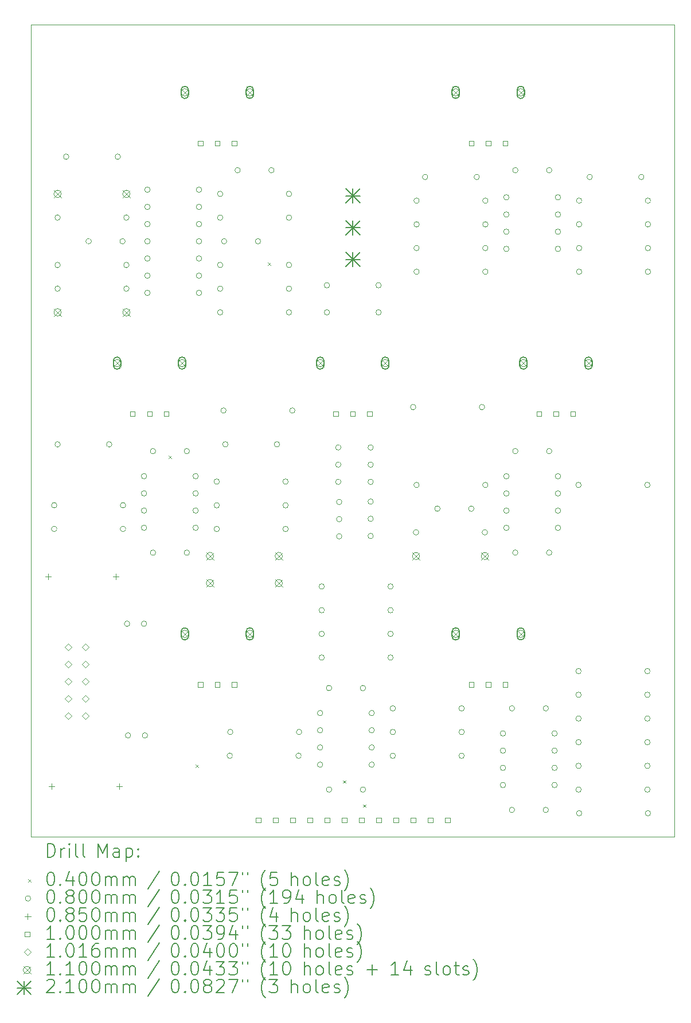
<source format=gbr>
%TF.GenerationSoftware,KiCad,Pcbnew,(7.0.0)*%
%TF.CreationDate,2023-03-18T14:29:44-05:00*%
%TF.ProjectId,SlopesMain,536c6f70-6573-44d6-9169-6e2e6b696361,rev?*%
%TF.SameCoordinates,Original*%
%TF.FileFunction,Drillmap*%
%TF.FilePolarity,Positive*%
%FSLAX45Y45*%
G04 Gerber Fmt 4.5, Leading zero omitted, Abs format (unit mm)*
G04 Created by KiCad (PCBNEW (7.0.0)) date 2023-03-18 14:29:44*
%MOMM*%
%LPD*%
G01*
G04 APERTURE LIST*
%ADD10C,0.100000*%
%ADD11C,0.200000*%
%ADD12C,0.040000*%
%ADD13C,0.080000*%
%ADD14C,0.085000*%
%ADD15C,0.101600*%
%ADD16C,0.110000*%
%ADD17C,0.210000*%
G04 APERTURE END LIST*
D10*
X30250000Y-2000000D02*
X39750000Y-2000000D01*
X39750000Y-2000000D02*
X39750000Y-14000000D01*
X39750000Y-14000000D02*
X30250000Y-14000000D01*
X30250000Y-14000000D02*
X30250000Y-2000000D01*
D11*
D12*
X32280000Y-8370000D02*
X32320000Y-8410000D01*
X32320000Y-8370000D02*
X32280000Y-8410000D01*
X32680000Y-12930000D02*
X32720000Y-12970000D01*
X32720000Y-12930000D02*
X32680000Y-12970000D01*
X33744160Y-5516200D02*
X33784160Y-5556200D01*
X33784160Y-5516200D02*
X33744160Y-5556200D01*
X34853410Y-13164290D02*
X34893410Y-13204290D01*
X34893410Y-13164290D02*
X34853410Y-13204290D01*
X35150000Y-13520000D02*
X35190000Y-13560000D01*
X35190000Y-13520000D02*
X35150000Y-13560000D01*
D13*
X30632000Y-9100000D02*
G75*
G03*
X30632000Y-9100000I-40000J0D01*
G01*
X30632000Y-9450000D02*
G75*
G03*
X30632000Y-9450000I-40000J0D01*
G01*
X30682000Y-4850000D02*
G75*
G03*
X30682000Y-4850000I-40000J0D01*
G01*
X30682000Y-5550000D02*
G75*
G03*
X30682000Y-5550000I-40000J0D01*
G01*
X30682000Y-5900000D02*
G75*
G03*
X30682000Y-5900000I-40000J0D01*
G01*
X30682000Y-8200000D02*
G75*
G03*
X30682000Y-8200000I-40000J0D01*
G01*
X30809000Y-3950000D02*
G75*
G03*
X30809000Y-3950000I-40000J0D01*
G01*
X31140000Y-5200000D02*
G75*
G03*
X31140000Y-5200000I-40000J0D01*
G01*
X31444000Y-8200000D02*
G75*
G03*
X31444000Y-8200000I-40000J0D01*
G01*
X31571000Y-3950000D02*
G75*
G03*
X31571000Y-3950000I-40000J0D01*
G01*
X31640000Y-5200000D02*
G75*
G03*
X31640000Y-5200000I-40000J0D01*
G01*
X31648000Y-9100000D02*
G75*
G03*
X31648000Y-9100000I-40000J0D01*
G01*
X31648000Y-9450000D02*
G75*
G03*
X31648000Y-9450000I-40000J0D01*
G01*
X31698000Y-4850000D02*
G75*
G03*
X31698000Y-4850000I-40000J0D01*
G01*
X31698000Y-5550000D02*
G75*
G03*
X31698000Y-5550000I-40000J0D01*
G01*
X31698000Y-5900000D02*
G75*
G03*
X31698000Y-5900000I-40000J0D01*
G01*
X31708240Y-10850000D02*
G75*
G03*
X31708240Y-10850000I-40000J0D01*
G01*
X31721760Y-12500000D02*
G75*
G03*
X31721760Y-12500000I-40000J0D01*
G01*
X31958000Y-8670000D02*
G75*
G03*
X31958000Y-8670000I-40000J0D01*
G01*
X31958000Y-8924000D02*
G75*
G03*
X31958000Y-8924000I-40000J0D01*
G01*
X31958000Y-9178000D02*
G75*
G03*
X31958000Y-9178000I-40000J0D01*
G01*
X31958000Y-9432000D02*
G75*
G03*
X31958000Y-9432000I-40000J0D01*
G01*
X31958240Y-10850000D02*
G75*
G03*
X31958240Y-10850000I-40000J0D01*
G01*
X31971760Y-12500000D02*
G75*
G03*
X31971760Y-12500000I-40000J0D01*
G01*
X32008000Y-4437500D02*
G75*
G03*
X32008000Y-4437500I-40000J0D01*
G01*
X32008000Y-4691500D02*
G75*
G03*
X32008000Y-4691500I-40000J0D01*
G01*
X32008000Y-4945500D02*
G75*
G03*
X32008000Y-4945500I-40000J0D01*
G01*
X32008000Y-5199500D02*
G75*
G03*
X32008000Y-5199500I-40000J0D01*
G01*
X32008000Y-5453500D02*
G75*
G03*
X32008000Y-5453500I-40000J0D01*
G01*
X32008000Y-5707500D02*
G75*
G03*
X32008000Y-5707500I-40000J0D01*
G01*
X32008000Y-5961500D02*
G75*
G03*
X32008000Y-5961500I-40000J0D01*
G01*
X32090000Y-8300000D02*
G75*
G03*
X32090000Y-8300000I-40000J0D01*
G01*
X32090000Y-9800000D02*
G75*
G03*
X32090000Y-9800000I-40000J0D01*
G01*
X32590000Y-8300000D02*
G75*
G03*
X32590000Y-8300000I-40000J0D01*
G01*
X32590000Y-9800000D02*
G75*
G03*
X32590000Y-9800000I-40000J0D01*
G01*
X32720000Y-8670000D02*
G75*
G03*
X32720000Y-8670000I-40000J0D01*
G01*
X32720000Y-8924000D02*
G75*
G03*
X32720000Y-8924000I-40000J0D01*
G01*
X32720000Y-9178000D02*
G75*
G03*
X32720000Y-9178000I-40000J0D01*
G01*
X32720000Y-9432000D02*
G75*
G03*
X32720000Y-9432000I-40000J0D01*
G01*
X32770000Y-4437500D02*
G75*
G03*
X32770000Y-4437500I-40000J0D01*
G01*
X32770000Y-4691500D02*
G75*
G03*
X32770000Y-4691500I-40000J0D01*
G01*
X32770000Y-4945500D02*
G75*
G03*
X32770000Y-4945500I-40000J0D01*
G01*
X32770000Y-5199500D02*
G75*
G03*
X32770000Y-5199500I-40000J0D01*
G01*
X32770000Y-5453500D02*
G75*
G03*
X32770000Y-5453500I-40000J0D01*
G01*
X32770000Y-5707500D02*
G75*
G03*
X32770000Y-5707500I-40000J0D01*
G01*
X32770000Y-5961500D02*
G75*
G03*
X32770000Y-5961500I-40000J0D01*
G01*
X33032000Y-8750000D02*
G75*
G03*
X33032000Y-8750000I-40000J0D01*
G01*
X33032000Y-9100000D02*
G75*
G03*
X33032000Y-9100000I-40000J0D01*
G01*
X33032000Y-9450000D02*
G75*
G03*
X33032000Y-9450000I-40000J0D01*
G01*
X33082000Y-4500000D02*
G75*
G03*
X33082000Y-4500000I-40000J0D01*
G01*
X33082000Y-4850000D02*
G75*
G03*
X33082000Y-4850000I-40000J0D01*
G01*
X33082000Y-5550000D02*
G75*
G03*
X33082000Y-5550000I-40000J0D01*
G01*
X33082000Y-5900000D02*
G75*
G03*
X33082000Y-5900000I-40000J0D01*
G01*
X33082000Y-6250000D02*
G75*
G03*
X33082000Y-6250000I-40000J0D01*
G01*
X33132000Y-7700000D02*
G75*
G03*
X33132000Y-7700000I-40000J0D01*
G01*
X33140000Y-5200000D02*
G75*
G03*
X33140000Y-5200000I-40000J0D01*
G01*
X33159000Y-8200000D02*
G75*
G03*
X33159000Y-8200000I-40000J0D01*
G01*
X33224000Y-12800000D02*
G75*
G03*
X33224000Y-12800000I-40000J0D01*
G01*
X33232000Y-12450000D02*
G75*
G03*
X33232000Y-12450000I-40000J0D01*
G01*
X33340000Y-4150000D02*
G75*
G03*
X33340000Y-4150000I-40000J0D01*
G01*
X33640000Y-5200000D02*
G75*
G03*
X33640000Y-5200000I-40000J0D01*
G01*
X33840000Y-4150000D02*
G75*
G03*
X33840000Y-4150000I-40000J0D01*
G01*
X33921000Y-8200000D02*
G75*
G03*
X33921000Y-8200000I-40000J0D01*
G01*
X34048000Y-8750000D02*
G75*
G03*
X34048000Y-8750000I-40000J0D01*
G01*
X34048000Y-9100000D02*
G75*
G03*
X34048000Y-9100000I-40000J0D01*
G01*
X34048000Y-9450000D02*
G75*
G03*
X34048000Y-9450000I-40000J0D01*
G01*
X34098000Y-4500000D02*
G75*
G03*
X34098000Y-4500000I-40000J0D01*
G01*
X34098000Y-4850000D02*
G75*
G03*
X34098000Y-4850000I-40000J0D01*
G01*
X34098000Y-5550000D02*
G75*
G03*
X34098000Y-5550000I-40000J0D01*
G01*
X34098000Y-5900000D02*
G75*
G03*
X34098000Y-5900000I-40000J0D01*
G01*
X34098000Y-6250000D02*
G75*
G03*
X34098000Y-6250000I-40000J0D01*
G01*
X34148000Y-7700000D02*
G75*
G03*
X34148000Y-7700000I-40000J0D01*
G01*
X34240000Y-12800000D02*
G75*
G03*
X34240000Y-12800000I-40000J0D01*
G01*
X34248000Y-12450000D02*
G75*
G03*
X34248000Y-12450000I-40000J0D01*
G01*
X34558000Y-12170000D02*
G75*
G03*
X34558000Y-12170000I-40000J0D01*
G01*
X34558000Y-12424000D02*
G75*
G03*
X34558000Y-12424000I-40000J0D01*
G01*
X34558000Y-12678000D02*
G75*
G03*
X34558000Y-12678000I-40000J0D01*
G01*
X34558000Y-12932000D02*
G75*
G03*
X34558000Y-12932000I-40000J0D01*
G01*
X34582000Y-10300000D02*
G75*
G03*
X34582000Y-10300000I-40000J0D01*
G01*
X34582000Y-10650000D02*
G75*
G03*
X34582000Y-10650000I-40000J0D01*
G01*
X34582000Y-11000000D02*
G75*
G03*
X34582000Y-11000000I-40000J0D01*
G01*
X34582000Y-11350000D02*
G75*
G03*
X34582000Y-11350000I-40000J0D01*
G01*
X34659000Y-5850000D02*
G75*
G03*
X34659000Y-5850000I-40000J0D01*
G01*
X34659000Y-6250000D02*
G75*
G03*
X34659000Y-6250000I-40000J0D01*
G01*
X34690000Y-11800000D02*
G75*
G03*
X34690000Y-11800000I-40000J0D01*
G01*
X34690000Y-13300000D02*
G75*
G03*
X34690000Y-13300000I-40000J0D01*
G01*
X34826000Y-8246000D02*
G75*
G03*
X34826000Y-8246000I-40000J0D01*
G01*
X34826000Y-8500000D02*
G75*
G03*
X34826000Y-8500000I-40000J0D01*
G01*
X34826000Y-8754000D02*
G75*
G03*
X34826000Y-8754000I-40000J0D01*
G01*
X34840000Y-9050000D02*
G75*
G03*
X34840000Y-9050000I-40000J0D01*
G01*
X34840000Y-9304000D02*
G75*
G03*
X34840000Y-9304000I-40000J0D01*
G01*
X34840000Y-9558000D02*
G75*
G03*
X34840000Y-9558000I-40000J0D01*
G01*
X35190000Y-11800000D02*
G75*
G03*
X35190000Y-11800000I-40000J0D01*
G01*
X35190000Y-13300000D02*
G75*
G03*
X35190000Y-13300000I-40000J0D01*
G01*
X35304000Y-8246000D02*
G75*
G03*
X35304000Y-8246000I-40000J0D01*
G01*
X35304000Y-8500000D02*
G75*
G03*
X35304000Y-8500000I-40000J0D01*
G01*
X35304000Y-8754000D02*
G75*
G03*
X35304000Y-8754000I-40000J0D01*
G01*
X35304000Y-9046000D02*
G75*
G03*
X35304000Y-9046000I-40000J0D01*
G01*
X35304000Y-9300000D02*
G75*
G03*
X35304000Y-9300000I-40000J0D01*
G01*
X35304000Y-9554000D02*
G75*
G03*
X35304000Y-9554000I-40000J0D01*
G01*
X35320000Y-12170000D02*
G75*
G03*
X35320000Y-12170000I-40000J0D01*
G01*
X35320000Y-12424000D02*
G75*
G03*
X35320000Y-12424000I-40000J0D01*
G01*
X35320000Y-12678000D02*
G75*
G03*
X35320000Y-12678000I-40000J0D01*
G01*
X35320000Y-12932000D02*
G75*
G03*
X35320000Y-12932000I-40000J0D01*
G01*
X35421000Y-5850000D02*
G75*
G03*
X35421000Y-5850000I-40000J0D01*
G01*
X35421000Y-6250000D02*
G75*
G03*
X35421000Y-6250000I-40000J0D01*
G01*
X35598000Y-10300000D02*
G75*
G03*
X35598000Y-10300000I-40000J0D01*
G01*
X35598000Y-10650000D02*
G75*
G03*
X35598000Y-10650000I-40000J0D01*
G01*
X35598000Y-11000000D02*
G75*
G03*
X35598000Y-11000000I-40000J0D01*
G01*
X35598000Y-11350000D02*
G75*
G03*
X35598000Y-11350000I-40000J0D01*
G01*
X35632000Y-12100000D02*
G75*
G03*
X35632000Y-12100000I-40000J0D01*
G01*
X35632000Y-12450000D02*
G75*
G03*
X35632000Y-12450000I-40000J0D01*
G01*
X35632000Y-12800000D02*
G75*
G03*
X35632000Y-12800000I-40000J0D01*
G01*
X35932000Y-7650000D02*
G75*
G03*
X35932000Y-7650000I-40000J0D01*
G01*
X35974000Y-9500000D02*
G75*
G03*
X35974000Y-9500000I-40000J0D01*
G01*
X35982000Y-4600000D02*
G75*
G03*
X35982000Y-4600000I-40000J0D01*
G01*
X35982000Y-4950000D02*
G75*
G03*
X35982000Y-4950000I-40000J0D01*
G01*
X35982000Y-5300000D02*
G75*
G03*
X35982000Y-5300000I-40000J0D01*
G01*
X35982000Y-5650000D02*
G75*
G03*
X35982000Y-5650000I-40000J0D01*
G01*
X35982000Y-8800000D02*
G75*
G03*
X35982000Y-8800000I-40000J0D01*
G01*
X36109000Y-4250000D02*
G75*
G03*
X36109000Y-4250000I-40000J0D01*
G01*
X36290000Y-9150000D02*
G75*
G03*
X36290000Y-9150000I-40000J0D01*
G01*
X36648000Y-12100000D02*
G75*
G03*
X36648000Y-12100000I-40000J0D01*
G01*
X36648000Y-12450000D02*
G75*
G03*
X36648000Y-12450000I-40000J0D01*
G01*
X36648000Y-12800000D02*
G75*
G03*
X36648000Y-12800000I-40000J0D01*
G01*
X36790000Y-9150000D02*
G75*
G03*
X36790000Y-9150000I-40000J0D01*
G01*
X36871000Y-4250000D02*
G75*
G03*
X36871000Y-4250000I-40000J0D01*
G01*
X36948000Y-7650000D02*
G75*
G03*
X36948000Y-7650000I-40000J0D01*
G01*
X36990000Y-9500000D02*
G75*
G03*
X36990000Y-9500000I-40000J0D01*
G01*
X36998000Y-4600000D02*
G75*
G03*
X36998000Y-4600000I-40000J0D01*
G01*
X36998000Y-4950000D02*
G75*
G03*
X36998000Y-4950000I-40000J0D01*
G01*
X36998000Y-5300000D02*
G75*
G03*
X36998000Y-5300000I-40000J0D01*
G01*
X36998000Y-5650000D02*
G75*
G03*
X36998000Y-5650000I-40000J0D01*
G01*
X36998000Y-8800000D02*
G75*
G03*
X36998000Y-8800000I-40000J0D01*
G01*
X37258000Y-12470000D02*
G75*
G03*
X37258000Y-12470000I-40000J0D01*
G01*
X37258000Y-12724000D02*
G75*
G03*
X37258000Y-12724000I-40000J0D01*
G01*
X37258000Y-12978000D02*
G75*
G03*
X37258000Y-12978000I-40000J0D01*
G01*
X37258000Y-13232000D02*
G75*
G03*
X37258000Y-13232000I-40000J0D01*
G01*
X37308000Y-4550000D02*
G75*
G03*
X37308000Y-4550000I-40000J0D01*
G01*
X37308000Y-4804000D02*
G75*
G03*
X37308000Y-4804000I-40000J0D01*
G01*
X37308000Y-5058000D02*
G75*
G03*
X37308000Y-5058000I-40000J0D01*
G01*
X37308000Y-5312000D02*
G75*
G03*
X37308000Y-5312000I-40000J0D01*
G01*
X37308000Y-8670000D02*
G75*
G03*
X37308000Y-8670000I-40000J0D01*
G01*
X37308000Y-8924000D02*
G75*
G03*
X37308000Y-8924000I-40000J0D01*
G01*
X37308000Y-9178000D02*
G75*
G03*
X37308000Y-9178000I-40000J0D01*
G01*
X37308000Y-9432000D02*
G75*
G03*
X37308000Y-9432000I-40000J0D01*
G01*
X37390000Y-12100000D02*
G75*
G03*
X37390000Y-12100000I-40000J0D01*
G01*
X37390000Y-13600000D02*
G75*
G03*
X37390000Y-13600000I-40000J0D01*
G01*
X37440000Y-4150000D02*
G75*
G03*
X37440000Y-4150000I-40000J0D01*
G01*
X37440000Y-8300000D02*
G75*
G03*
X37440000Y-8300000I-40000J0D01*
G01*
X37440000Y-9800000D02*
G75*
G03*
X37440000Y-9800000I-40000J0D01*
G01*
X37890000Y-12100000D02*
G75*
G03*
X37890000Y-12100000I-40000J0D01*
G01*
X37890000Y-13600000D02*
G75*
G03*
X37890000Y-13600000I-40000J0D01*
G01*
X37940000Y-4150000D02*
G75*
G03*
X37940000Y-4150000I-40000J0D01*
G01*
X37940000Y-8300000D02*
G75*
G03*
X37940000Y-8300000I-40000J0D01*
G01*
X37940000Y-9800000D02*
G75*
G03*
X37940000Y-9800000I-40000J0D01*
G01*
X38020000Y-12470000D02*
G75*
G03*
X38020000Y-12470000I-40000J0D01*
G01*
X38020000Y-12724000D02*
G75*
G03*
X38020000Y-12724000I-40000J0D01*
G01*
X38020000Y-12978000D02*
G75*
G03*
X38020000Y-12978000I-40000J0D01*
G01*
X38020000Y-13232000D02*
G75*
G03*
X38020000Y-13232000I-40000J0D01*
G01*
X38070000Y-4550000D02*
G75*
G03*
X38070000Y-4550000I-40000J0D01*
G01*
X38070000Y-4804000D02*
G75*
G03*
X38070000Y-4804000I-40000J0D01*
G01*
X38070000Y-5058000D02*
G75*
G03*
X38070000Y-5058000I-40000J0D01*
G01*
X38070000Y-5312000D02*
G75*
G03*
X38070000Y-5312000I-40000J0D01*
G01*
X38070000Y-8670000D02*
G75*
G03*
X38070000Y-8670000I-40000J0D01*
G01*
X38070000Y-8924000D02*
G75*
G03*
X38070000Y-8924000I-40000J0D01*
G01*
X38070000Y-9178000D02*
G75*
G03*
X38070000Y-9178000I-40000J0D01*
G01*
X38070000Y-9432000D02*
G75*
G03*
X38070000Y-9432000I-40000J0D01*
G01*
X38374000Y-8800000D02*
G75*
G03*
X38374000Y-8800000I-40000J0D01*
G01*
X38374000Y-11550000D02*
G75*
G03*
X38374000Y-11550000I-40000J0D01*
G01*
X38374000Y-11900000D02*
G75*
G03*
X38374000Y-11900000I-40000J0D01*
G01*
X38374000Y-12250000D02*
G75*
G03*
X38374000Y-12250000I-40000J0D01*
G01*
X38374000Y-12600000D02*
G75*
G03*
X38374000Y-12600000I-40000J0D01*
G01*
X38374000Y-12950000D02*
G75*
G03*
X38374000Y-12950000I-40000J0D01*
G01*
X38374000Y-13300000D02*
G75*
G03*
X38374000Y-13300000I-40000J0D01*
G01*
X38382000Y-4600000D02*
G75*
G03*
X38382000Y-4600000I-40000J0D01*
G01*
X38382000Y-4950000D02*
G75*
G03*
X38382000Y-4950000I-40000J0D01*
G01*
X38382000Y-5300000D02*
G75*
G03*
X38382000Y-5300000I-40000J0D01*
G01*
X38382000Y-5650000D02*
G75*
G03*
X38382000Y-5650000I-40000J0D01*
G01*
X38382000Y-13650000D02*
G75*
G03*
X38382000Y-13650000I-40000J0D01*
G01*
X38539000Y-4250000D02*
G75*
G03*
X38539000Y-4250000I-40000J0D01*
G01*
X39301000Y-4250000D02*
G75*
G03*
X39301000Y-4250000I-40000J0D01*
G01*
X39390000Y-8800000D02*
G75*
G03*
X39390000Y-8800000I-40000J0D01*
G01*
X39390000Y-11550000D02*
G75*
G03*
X39390000Y-11550000I-40000J0D01*
G01*
X39390000Y-11900000D02*
G75*
G03*
X39390000Y-11900000I-40000J0D01*
G01*
X39390000Y-12250000D02*
G75*
G03*
X39390000Y-12250000I-40000J0D01*
G01*
X39390000Y-12600000D02*
G75*
G03*
X39390000Y-12600000I-40000J0D01*
G01*
X39390000Y-12950000D02*
G75*
G03*
X39390000Y-12950000I-40000J0D01*
G01*
X39390000Y-13300000D02*
G75*
G03*
X39390000Y-13300000I-40000J0D01*
G01*
X39398000Y-4600000D02*
G75*
G03*
X39398000Y-4600000I-40000J0D01*
G01*
X39398000Y-4950000D02*
G75*
G03*
X39398000Y-4950000I-40000J0D01*
G01*
X39398000Y-5300000D02*
G75*
G03*
X39398000Y-5300000I-40000J0D01*
G01*
X39398000Y-5650000D02*
G75*
G03*
X39398000Y-5650000I-40000J0D01*
G01*
X39398000Y-13650000D02*
G75*
G03*
X39398000Y-13650000I-40000J0D01*
G01*
D14*
X30500000Y-10107500D02*
X30500000Y-10192500D01*
X30457500Y-10150000D02*
X30542500Y-10150000D01*
X30550000Y-13207500D02*
X30550000Y-13292500D01*
X30507500Y-13250000D02*
X30592500Y-13250000D01*
X31500000Y-10107500D02*
X31500000Y-10192500D01*
X31457500Y-10150000D02*
X31542500Y-10150000D01*
X31550000Y-13207500D02*
X31550000Y-13292500D01*
X31507500Y-13250000D02*
X31592500Y-13250000D01*
D10*
X31785356Y-7785356D02*
X31785356Y-7714644D01*
X31714644Y-7714644D01*
X31714644Y-7785356D01*
X31785356Y-7785356D01*
X32035356Y-7785356D02*
X32035356Y-7714644D01*
X31964644Y-7714644D01*
X31964644Y-7785356D01*
X32035356Y-7785356D01*
X32285356Y-7785356D02*
X32285356Y-7714644D01*
X32214644Y-7714644D01*
X32214644Y-7785356D01*
X32285356Y-7785356D01*
X32785356Y-3785356D02*
X32785356Y-3714644D01*
X32714644Y-3714644D01*
X32714644Y-3785356D01*
X32785356Y-3785356D01*
X32785356Y-11785356D02*
X32785356Y-11714644D01*
X32714644Y-11714644D01*
X32714644Y-11785356D01*
X32785356Y-11785356D01*
X33035356Y-3785356D02*
X33035356Y-3714644D01*
X32964644Y-3714644D01*
X32964644Y-3785356D01*
X33035356Y-3785356D01*
X33035356Y-11785356D02*
X33035356Y-11714644D01*
X32964644Y-11714644D01*
X32964644Y-11785356D01*
X33035356Y-11785356D01*
X33285356Y-3785356D02*
X33285356Y-3714644D01*
X33214644Y-3714644D01*
X33214644Y-3785356D01*
X33285356Y-3785356D01*
X33285356Y-11785356D02*
X33285356Y-11714644D01*
X33214644Y-11714644D01*
X33214644Y-11785356D01*
X33285356Y-11785356D01*
X33640356Y-13787856D02*
X33640356Y-13717144D01*
X33569644Y-13717144D01*
X33569644Y-13787856D01*
X33640356Y-13787856D01*
X33894356Y-13787856D02*
X33894356Y-13717144D01*
X33823644Y-13717144D01*
X33823644Y-13787856D01*
X33894356Y-13787856D01*
X34148356Y-13787856D02*
X34148356Y-13717144D01*
X34077644Y-13717144D01*
X34077644Y-13787856D01*
X34148356Y-13787856D01*
X34402356Y-13787856D02*
X34402356Y-13717144D01*
X34331644Y-13717144D01*
X34331644Y-13787856D01*
X34402356Y-13787856D01*
X34656356Y-13787856D02*
X34656356Y-13717144D01*
X34585644Y-13717144D01*
X34585644Y-13787856D01*
X34656356Y-13787856D01*
X34785356Y-7785356D02*
X34785356Y-7714644D01*
X34714644Y-7714644D01*
X34714644Y-7785356D01*
X34785356Y-7785356D01*
X34910356Y-13787856D02*
X34910356Y-13717144D01*
X34839644Y-13717144D01*
X34839644Y-13787856D01*
X34910356Y-13787856D01*
X35035356Y-7785356D02*
X35035356Y-7714644D01*
X34964644Y-7714644D01*
X34964644Y-7785356D01*
X35035356Y-7785356D01*
X35164356Y-13787856D02*
X35164356Y-13717144D01*
X35093644Y-13717144D01*
X35093644Y-13787856D01*
X35164356Y-13787856D01*
X35285356Y-7785356D02*
X35285356Y-7714644D01*
X35214644Y-7714644D01*
X35214644Y-7785356D01*
X35285356Y-7785356D01*
X35418356Y-13787856D02*
X35418356Y-13717144D01*
X35347644Y-13717144D01*
X35347644Y-13787856D01*
X35418356Y-13787856D01*
X35672356Y-13787856D02*
X35672356Y-13717144D01*
X35601644Y-13717144D01*
X35601644Y-13787856D01*
X35672356Y-13787856D01*
X35926356Y-13787856D02*
X35926356Y-13717144D01*
X35855644Y-13717144D01*
X35855644Y-13787856D01*
X35926356Y-13787856D01*
X36180356Y-13787856D02*
X36180356Y-13717144D01*
X36109644Y-13717144D01*
X36109644Y-13787856D01*
X36180356Y-13787856D01*
X36434356Y-13787856D02*
X36434356Y-13717144D01*
X36363644Y-13717144D01*
X36363644Y-13787856D01*
X36434356Y-13787856D01*
X36785356Y-3785356D02*
X36785356Y-3714644D01*
X36714644Y-3714644D01*
X36714644Y-3785356D01*
X36785356Y-3785356D01*
X36785356Y-11785356D02*
X36785356Y-11714644D01*
X36714644Y-11714644D01*
X36714644Y-11785356D01*
X36785356Y-11785356D01*
X37035356Y-3785356D02*
X37035356Y-3714644D01*
X36964644Y-3714644D01*
X36964644Y-3785356D01*
X37035356Y-3785356D01*
X37035356Y-11785356D02*
X37035356Y-11714644D01*
X36964644Y-11714644D01*
X36964644Y-11785356D01*
X37035356Y-11785356D01*
X37285356Y-3785356D02*
X37285356Y-3714644D01*
X37214644Y-3714644D01*
X37214644Y-3785356D01*
X37285356Y-3785356D01*
X37285356Y-11785356D02*
X37285356Y-11714644D01*
X37214644Y-11714644D01*
X37214644Y-11785356D01*
X37285356Y-11785356D01*
X37785356Y-7785356D02*
X37785356Y-7714644D01*
X37714644Y-7714644D01*
X37714644Y-7785356D01*
X37785356Y-7785356D01*
X38035356Y-7785356D02*
X38035356Y-7714644D01*
X37964644Y-7714644D01*
X37964644Y-7785356D01*
X38035356Y-7785356D01*
X38285356Y-7785356D02*
X38285356Y-7714644D01*
X38214644Y-7714644D01*
X38214644Y-7785356D01*
X38285356Y-7785356D01*
D15*
X30800000Y-11242800D02*
X30850800Y-11192000D01*
X30800000Y-11141200D01*
X30749200Y-11192000D01*
X30800000Y-11242800D01*
X30800000Y-11496800D02*
X30850800Y-11446000D01*
X30800000Y-11395200D01*
X30749200Y-11446000D01*
X30800000Y-11496800D01*
X30800000Y-11750800D02*
X30850800Y-11700000D01*
X30800000Y-11649200D01*
X30749200Y-11700000D01*
X30800000Y-11750800D01*
X30800000Y-12004800D02*
X30850800Y-11954000D01*
X30800000Y-11903200D01*
X30749200Y-11954000D01*
X30800000Y-12004800D01*
X30800000Y-12258800D02*
X30850800Y-12208000D01*
X30800000Y-12157200D01*
X30749200Y-12208000D01*
X30800000Y-12258800D01*
X31054000Y-11242800D02*
X31104800Y-11192000D01*
X31054000Y-11141200D01*
X31003200Y-11192000D01*
X31054000Y-11242800D01*
X31054000Y-11496800D02*
X31104800Y-11446000D01*
X31054000Y-11395200D01*
X31003200Y-11446000D01*
X31054000Y-11496800D01*
X31054000Y-11750800D02*
X31104800Y-11700000D01*
X31054000Y-11649200D01*
X31003200Y-11700000D01*
X31054000Y-11750800D01*
X31054000Y-12004800D02*
X31104800Y-11954000D01*
X31054000Y-11903200D01*
X31003200Y-11954000D01*
X31054000Y-12004800D01*
X31054000Y-12258800D02*
X31104800Y-12208000D01*
X31054000Y-12157200D01*
X31003200Y-12208000D01*
X31054000Y-12258800D01*
D16*
X30587000Y-4445000D02*
X30697000Y-4555000D01*
X30697000Y-4445000D02*
X30587000Y-4555000D01*
X30697000Y-4500000D02*
G75*
G03*
X30697000Y-4500000I-55000J0D01*
G01*
X30587000Y-6195000D02*
X30697000Y-6305000D01*
X30697000Y-6195000D02*
X30587000Y-6305000D01*
X30697000Y-6250000D02*
G75*
G03*
X30697000Y-6250000I-55000J0D01*
G01*
X31465000Y-6945000D02*
X31575000Y-7055000D01*
X31575000Y-6945000D02*
X31465000Y-7055000D01*
X31575000Y-7000000D02*
G75*
G03*
X31575000Y-7000000I-55000J0D01*
G01*
D11*
X31575000Y-7035000D02*
X31575000Y-6965000D01*
X31575000Y-6965000D02*
G75*
G03*
X31465000Y-6965000I-55000J0D01*
G01*
X31465000Y-6965000D02*
X31465000Y-7035000D01*
X31465000Y-7035000D02*
G75*
G03*
X31575000Y-7035000I55000J0D01*
G01*
D16*
X31603000Y-4445000D02*
X31713000Y-4555000D01*
X31713000Y-4445000D02*
X31603000Y-4555000D01*
X31713000Y-4500000D02*
G75*
G03*
X31713000Y-4500000I-55000J0D01*
G01*
X31603000Y-6195000D02*
X31713000Y-6305000D01*
X31713000Y-6195000D02*
X31603000Y-6305000D01*
X31713000Y-6250000D02*
G75*
G03*
X31713000Y-6250000I-55000J0D01*
G01*
X32425000Y-6945000D02*
X32535000Y-7055000D01*
X32535000Y-6945000D02*
X32425000Y-7055000D01*
X32535000Y-7000000D02*
G75*
G03*
X32535000Y-7000000I-55000J0D01*
G01*
D11*
X32535000Y-7035000D02*
X32535000Y-6965000D01*
X32535000Y-6965000D02*
G75*
G03*
X32425000Y-6965000I-55000J0D01*
G01*
X32425000Y-6965000D02*
X32425000Y-7035000D01*
X32425000Y-7035000D02*
G75*
G03*
X32535000Y-7035000I55000J0D01*
G01*
D16*
X32465000Y-2945000D02*
X32575000Y-3055000D01*
X32575000Y-2945000D02*
X32465000Y-3055000D01*
X32575000Y-3000000D02*
G75*
G03*
X32575000Y-3000000I-55000J0D01*
G01*
D11*
X32575000Y-3035000D02*
X32575000Y-2965000D01*
X32575000Y-2965000D02*
G75*
G03*
X32465000Y-2965000I-55000J0D01*
G01*
X32465000Y-2965000D02*
X32465000Y-3035000D01*
X32465000Y-3035000D02*
G75*
G03*
X32575000Y-3035000I55000J0D01*
G01*
D16*
X32465000Y-10945000D02*
X32575000Y-11055000D01*
X32575000Y-10945000D02*
X32465000Y-11055000D01*
X32575000Y-11000000D02*
G75*
G03*
X32575000Y-11000000I-55000J0D01*
G01*
D11*
X32575000Y-11035000D02*
X32575000Y-10965000D01*
X32575000Y-10965000D02*
G75*
G03*
X32465000Y-10965000I-55000J0D01*
G01*
X32465000Y-10965000D02*
X32465000Y-11035000D01*
X32465000Y-11035000D02*
G75*
G03*
X32575000Y-11035000I55000J0D01*
G01*
D16*
X32837000Y-9795000D02*
X32947000Y-9905000D01*
X32947000Y-9795000D02*
X32837000Y-9905000D01*
X32947000Y-9850000D02*
G75*
G03*
X32947000Y-9850000I-55000J0D01*
G01*
X32837000Y-10195000D02*
X32947000Y-10305000D01*
X32947000Y-10195000D02*
X32837000Y-10305000D01*
X32947000Y-10250000D02*
G75*
G03*
X32947000Y-10250000I-55000J0D01*
G01*
X33425000Y-2945000D02*
X33535000Y-3055000D01*
X33535000Y-2945000D02*
X33425000Y-3055000D01*
X33535000Y-3000000D02*
G75*
G03*
X33535000Y-3000000I-55000J0D01*
G01*
D11*
X33535000Y-3035000D02*
X33535000Y-2965000D01*
X33535000Y-2965000D02*
G75*
G03*
X33425000Y-2965000I-55000J0D01*
G01*
X33425000Y-2965000D02*
X33425000Y-3035000D01*
X33425000Y-3035000D02*
G75*
G03*
X33535000Y-3035000I55000J0D01*
G01*
D16*
X33425000Y-10945000D02*
X33535000Y-11055000D01*
X33535000Y-10945000D02*
X33425000Y-11055000D01*
X33535000Y-11000000D02*
G75*
G03*
X33535000Y-11000000I-55000J0D01*
G01*
D11*
X33535000Y-11035000D02*
X33535000Y-10965000D01*
X33535000Y-10965000D02*
G75*
G03*
X33425000Y-10965000I-55000J0D01*
G01*
X33425000Y-10965000D02*
X33425000Y-11035000D01*
X33425000Y-11035000D02*
G75*
G03*
X33535000Y-11035000I55000J0D01*
G01*
D16*
X33853000Y-9795000D02*
X33963000Y-9905000D01*
X33963000Y-9795000D02*
X33853000Y-9905000D01*
X33963000Y-9850000D02*
G75*
G03*
X33963000Y-9850000I-55000J0D01*
G01*
X33853000Y-10195000D02*
X33963000Y-10305000D01*
X33963000Y-10195000D02*
X33853000Y-10305000D01*
X33963000Y-10250000D02*
G75*
G03*
X33963000Y-10250000I-55000J0D01*
G01*
X34465000Y-6945000D02*
X34575000Y-7055000D01*
X34575000Y-6945000D02*
X34465000Y-7055000D01*
X34575000Y-7000000D02*
G75*
G03*
X34575000Y-7000000I-55000J0D01*
G01*
D11*
X34575000Y-7035000D02*
X34575000Y-6965000D01*
X34575000Y-6965000D02*
G75*
G03*
X34465000Y-6965000I-55000J0D01*
G01*
X34465000Y-6965000D02*
X34465000Y-7035000D01*
X34465000Y-7035000D02*
G75*
G03*
X34575000Y-7035000I55000J0D01*
G01*
D16*
X35425000Y-6945000D02*
X35535000Y-7055000D01*
X35535000Y-6945000D02*
X35425000Y-7055000D01*
X35535000Y-7000000D02*
G75*
G03*
X35535000Y-7000000I-55000J0D01*
G01*
D11*
X35535000Y-7035000D02*
X35535000Y-6965000D01*
X35535000Y-6965000D02*
G75*
G03*
X35425000Y-6965000I-55000J0D01*
G01*
X35425000Y-6965000D02*
X35425000Y-7035000D01*
X35425000Y-7035000D02*
G75*
G03*
X35535000Y-7035000I55000J0D01*
G01*
D16*
X35879000Y-9795000D02*
X35989000Y-9905000D01*
X35989000Y-9795000D02*
X35879000Y-9905000D01*
X35989000Y-9850000D02*
G75*
G03*
X35989000Y-9850000I-55000J0D01*
G01*
X36465000Y-2945000D02*
X36575000Y-3055000D01*
X36575000Y-2945000D02*
X36465000Y-3055000D01*
X36575000Y-3000000D02*
G75*
G03*
X36575000Y-3000000I-55000J0D01*
G01*
D11*
X36575000Y-3035000D02*
X36575000Y-2965000D01*
X36575000Y-2965000D02*
G75*
G03*
X36465000Y-2965000I-55000J0D01*
G01*
X36465000Y-2965000D02*
X36465000Y-3035000D01*
X36465000Y-3035000D02*
G75*
G03*
X36575000Y-3035000I55000J0D01*
G01*
D16*
X36465000Y-10945000D02*
X36575000Y-11055000D01*
X36575000Y-10945000D02*
X36465000Y-11055000D01*
X36575000Y-11000000D02*
G75*
G03*
X36575000Y-11000000I-55000J0D01*
G01*
D11*
X36575000Y-11035000D02*
X36575000Y-10965000D01*
X36575000Y-10965000D02*
G75*
G03*
X36465000Y-10965000I-55000J0D01*
G01*
X36465000Y-10965000D02*
X36465000Y-11035000D01*
X36465000Y-11035000D02*
G75*
G03*
X36575000Y-11035000I55000J0D01*
G01*
D16*
X36895000Y-9795000D02*
X37005000Y-9905000D01*
X37005000Y-9795000D02*
X36895000Y-9905000D01*
X37005000Y-9850000D02*
G75*
G03*
X37005000Y-9850000I-55000J0D01*
G01*
X37425000Y-2945000D02*
X37535000Y-3055000D01*
X37535000Y-2945000D02*
X37425000Y-3055000D01*
X37535000Y-3000000D02*
G75*
G03*
X37535000Y-3000000I-55000J0D01*
G01*
D11*
X37535000Y-3035000D02*
X37535000Y-2965000D01*
X37535000Y-2965000D02*
G75*
G03*
X37425000Y-2965000I-55000J0D01*
G01*
X37425000Y-2965000D02*
X37425000Y-3035000D01*
X37425000Y-3035000D02*
G75*
G03*
X37535000Y-3035000I55000J0D01*
G01*
D16*
X37425000Y-10945000D02*
X37535000Y-11055000D01*
X37535000Y-10945000D02*
X37425000Y-11055000D01*
X37535000Y-11000000D02*
G75*
G03*
X37535000Y-11000000I-55000J0D01*
G01*
D11*
X37535000Y-11035000D02*
X37535000Y-10965000D01*
X37535000Y-10965000D02*
G75*
G03*
X37425000Y-10965000I-55000J0D01*
G01*
X37425000Y-10965000D02*
X37425000Y-11035000D01*
X37425000Y-11035000D02*
G75*
G03*
X37535000Y-11035000I55000J0D01*
G01*
D16*
X37465000Y-6945000D02*
X37575000Y-7055000D01*
X37575000Y-6945000D02*
X37465000Y-7055000D01*
X37575000Y-7000000D02*
G75*
G03*
X37575000Y-7000000I-55000J0D01*
G01*
D11*
X37575000Y-7035000D02*
X37575000Y-6965000D01*
X37575000Y-6965000D02*
G75*
G03*
X37465000Y-6965000I-55000J0D01*
G01*
X37465000Y-6965000D02*
X37465000Y-7035000D01*
X37465000Y-7035000D02*
G75*
G03*
X37575000Y-7035000I55000J0D01*
G01*
D16*
X38425000Y-6945000D02*
X38535000Y-7055000D01*
X38535000Y-6945000D02*
X38425000Y-7055000D01*
X38535000Y-7000000D02*
G75*
G03*
X38535000Y-7000000I-55000J0D01*
G01*
D11*
X38535000Y-7035000D02*
X38535000Y-6965000D01*
X38535000Y-6965000D02*
G75*
G03*
X38425000Y-6965000I-55000J0D01*
G01*
X38425000Y-6965000D02*
X38425000Y-7035000D01*
X38425000Y-7035000D02*
G75*
G03*
X38535000Y-7035000I55000J0D01*
G01*
D17*
X34895000Y-4425000D02*
X35105000Y-4635000D01*
X35105000Y-4425000D02*
X34895000Y-4635000D01*
X35000000Y-4425000D02*
X35000000Y-4635000D01*
X34895000Y-4530000D02*
X35105000Y-4530000D01*
X34895000Y-4895000D02*
X35105000Y-5105000D01*
X35105000Y-4895000D02*
X34895000Y-5105000D01*
X35000000Y-4895000D02*
X35000000Y-5105000D01*
X34895000Y-5000000D02*
X35105000Y-5000000D01*
X34895000Y-5365000D02*
X35105000Y-5575000D01*
X35105000Y-5365000D02*
X34895000Y-5575000D01*
X35000000Y-5365000D02*
X35000000Y-5575000D01*
X34895000Y-5470000D02*
X35105000Y-5470000D01*
D11*
X30492619Y-14298476D02*
X30492619Y-14098476D01*
X30492619Y-14098476D02*
X30540238Y-14098476D01*
X30540238Y-14098476D02*
X30568809Y-14108000D01*
X30568809Y-14108000D02*
X30587857Y-14127048D01*
X30587857Y-14127048D02*
X30597381Y-14146095D01*
X30597381Y-14146095D02*
X30606905Y-14184190D01*
X30606905Y-14184190D02*
X30606905Y-14212762D01*
X30606905Y-14212762D02*
X30597381Y-14250857D01*
X30597381Y-14250857D02*
X30587857Y-14269905D01*
X30587857Y-14269905D02*
X30568809Y-14288952D01*
X30568809Y-14288952D02*
X30540238Y-14298476D01*
X30540238Y-14298476D02*
X30492619Y-14298476D01*
X30692619Y-14298476D02*
X30692619Y-14165143D01*
X30692619Y-14203238D02*
X30702143Y-14184190D01*
X30702143Y-14184190D02*
X30711667Y-14174667D01*
X30711667Y-14174667D02*
X30730714Y-14165143D01*
X30730714Y-14165143D02*
X30749762Y-14165143D01*
X30816428Y-14298476D02*
X30816428Y-14165143D01*
X30816428Y-14098476D02*
X30806905Y-14108000D01*
X30806905Y-14108000D02*
X30816428Y-14117524D01*
X30816428Y-14117524D02*
X30825952Y-14108000D01*
X30825952Y-14108000D02*
X30816428Y-14098476D01*
X30816428Y-14098476D02*
X30816428Y-14117524D01*
X30940238Y-14298476D02*
X30921190Y-14288952D01*
X30921190Y-14288952D02*
X30911667Y-14269905D01*
X30911667Y-14269905D02*
X30911667Y-14098476D01*
X31045000Y-14298476D02*
X31025952Y-14288952D01*
X31025952Y-14288952D02*
X31016428Y-14269905D01*
X31016428Y-14269905D02*
X31016428Y-14098476D01*
X31241190Y-14298476D02*
X31241190Y-14098476D01*
X31241190Y-14098476D02*
X31307857Y-14241333D01*
X31307857Y-14241333D02*
X31374524Y-14098476D01*
X31374524Y-14098476D02*
X31374524Y-14298476D01*
X31555476Y-14298476D02*
X31555476Y-14193714D01*
X31555476Y-14193714D02*
X31545952Y-14174667D01*
X31545952Y-14174667D02*
X31526905Y-14165143D01*
X31526905Y-14165143D02*
X31488809Y-14165143D01*
X31488809Y-14165143D02*
X31469762Y-14174667D01*
X31555476Y-14288952D02*
X31536428Y-14298476D01*
X31536428Y-14298476D02*
X31488809Y-14298476D01*
X31488809Y-14298476D02*
X31469762Y-14288952D01*
X31469762Y-14288952D02*
X31460238Y-14269905D01*
X31460238Y-14269905D02*
X31460238Y-14250857D01*
X31460238Y-14250857D02*
X31469762Y-14231809D01*
X31469762Y-14231809D02*
X31488809Y-14222286D01*
X31488809Y-14222286D02*
X31536428Y-14222286D01*
X31536428Y-14222286D02*
X31555476Y-14212762D01*
X31650714Y-14165143D02*
X31650714Y-14365143D01*
X31650714Y-14174667D02*
X31669762Y-14165143D01*
X31669762Y-14165143D02*
X31707857Y-14165143D01*
X31707857Y-14165143D02*
X31726905Y-14174667D01*
X31726905Y-14174667D02*
X31736428Y-14184190D01*
X31736428Y-14184190D02*
X31745952Y-14203238D01*
X31745952Y-14203238D02*
X31745952Y-14260381D01*
X31745952Y-14260381D02*
X31736428Y-14279428D01*
X31736428Y-14279428D02*
X31726905Y-14288952D01*
X31726905Y-14288952D02*
X31707857Y-14298476D01*
X31707857Y-14298476D02*
X31669762Y-14298476D01*
X31669762Y-14298476D02*
X31650714Y-14288952D01*
X31831667Y-14279428D02*
X31841190Y-14288952D01*
X31841190Y-14288952D02*
X31831667Y-14298476D01*
X31831667Y-14298476D02*
X31822143Y-14288952D01*
X31822143Y-14288952D02*
X31831667Y-14279428D01*
X31831667Y-14279428D02*
X31831667Y-14298476D01*
X31831667Y-14174667D02*
X31841190Y-14184190D01*
X31841190Y-14184190D02*
X31831667Y-14193714D01*
X31831667Y-14193714D02*
X31822143Y-14184190D01*
X31822143Y-14184190D02*
X31831667Y-14174667D01*
X31831667Y-14174667D02*
X31831667Y-14193714D01*
D12*
X30205000Y-14625000D02*
X30245000Y-14665000D01*
X30245000Y-14625000D02*
X30205000Y-14665000D01*
D11*
X30530714Y-14518476D02*
X30549762Y-14518476D01*
X30549762Y-14518476D02*
X30568809Y-14528000D01*
X30568809Y-14528000D02*
X30578333Y-14537524D01*
X30578333Y-14537524D02*
X30587857Y-14556571D01*
X30587857Y-14556571D02*
X30597381Y-14594667D01*
X30597381Y-14594667D02*
X30597381Y-14642286D01*
X30597381Y-14642286D02*
X30587857Y-14680381D01*
X30587857Y-14680381D02*
X30578333Y-14699428D01*
X30578333Y-14699428D02*
X30568809Y-14708952D01*
X30568809Y-14708952D02*
X30549762Y-14718476D01*
X30549762Y-14718476D02*
X30530714Y-14718476D01*
X30530714Y-14718476D02*
X30511667Y-14708952D01*
X30511667Y-14708952D02*
X30502143Y-14699428D01*
X30502143Y-14699428D02*
X30492619Y-14680381D01*
X30492619Y-14680381D02*
X30483095Y-14642286D01*
X30483095Y-14642286D02*
X30483095Y-14594667D01*
X30483095Y-14594667D02*
X30492619Y-14556571D01*
X30492619Y-14556571D02*
X30502143Y-14537524D01*
X30502143Y-14537524D02*
X30511667Y-14528000D01*
X30511667Y-14528000D02*
X30530714Y-14518476D01*
X30683095Y-14699428D02*
X30692619Y-14708952D01*
X30692619Y-14708952D02*
X30683095Y-14718476D01*
X30683095Y-14718476D02*
X30673571Y-14708952D01*
X30673571Y-14708952D02*
X30683095Y-14699428D01*
X30683095Y-14699428D02*
X30683095Y-14718476D01*
X30864048Y-14585143D02*
X30864048Y-14718476D01*
X30816428Y-14508952D02*
X30768809Y-14651809D01*
X30768809Y-14651809D02*
X30892619Y-14651809D01*
X31006905Y-14518476D02*
X31025952Y-14518476D01*
X31025952Y-14518476D02*
X31045000Y-14528000D01*
X31045000Y-14528000D02*
X31054524Y-14537524D01*
X31054524Y-14537524D02*
X31064048Y-14556571D01*
X31064048Y-14556571D02*
X31073571Y-14594667D01*
X31073571Y-14594667D02*
X31073571Y-14642286D01*
X31073571Y-14642286D02*
X31064048Y-14680381D01*
X31064048Y-14680381D02*
X31054524Y-14699428D01*
X31054524Y-14699428D02*
X31045000Y-14708952D01*
X31045000Y-14708952D02*
X31025952Y-14718476D01*
X31025952Y-14718476D02*
X31006905Y-14718476D01*
X31006905Y-14718476D02*
X30987857Y-14708952D01*
X30987857Y-14708952D02*
X30978333Y-14699428D01*
X30978333Y-14699428D02*
X30968809Y-14680381D01*
X30968809Y-14680381D02*
X30959286Y-14642286D01*
X30959286Y-14642286D02*
X30959286Y-14594667D01*
X30959286Y-14594667D02*
X30968809Y-14556571D01*
X30968809Y-14556571D02*
X30978333Y-14537524D01*
X30978333Y-14537524D02*
X30987857Y-14528000D01*
X30987857Y-14528000D02*
X31006905Y-14518476D01*
X31197381Y-14518476D02*
X31216429Y-14518476D01*
X31216429Y-14518476D02*
X31235476Y-14528000D01*
X31235476Y-14528000D02*
X31245000Y-14537524D01*
X31245000Y-14537524D02*
X31254524Y-14556571D01*
X31254524Y-14556571D02*
X31264048Y-14594667D01*
X31264048Y-14594667D02*
X31264048Y-14642286D01*
X31264048Y-14642286D02*
X31254524Y-14680381D01*
X31254524Y-14680381D02*
X31245000Y-14699428D01*
X31245000Y-14699428D02*
X31235476Y-14708952D01*
X31235476Y-14708952D02*
X31216429Y-14718476D01*
X31216429Y-14718476D02*
X31197381Y-14718476D01*
X31197381Y-14718476D02*
X31178333Y-14708952D01*
X31178333Y-14708952D02*
X31168809Y-14699428D01*
X31168809Y-14699428D02*
X31159286Y-14680381D01*
X31159286Y-14680381D02*
X31149762Y-14642286D01*
X31149762Y-14642286D02*
X31149762Y-14594667D01*
X31149762Y-14594667D02*
X31159286Y-14556571D01*
X31159286Y-14556571D02*
X31168809Y-14537524D01*
X31168809Y-14537524D02*
X31178333Y-14528000D01*
X31178333Y-14528000D02*
X31197381Y-14518476D01*
X31349762Y-14718476D02*
X31349762Y-14585143D01*
X31349762Y-14604190D02*
X31359286Y-14594667D01*
X31359286Y-14594667D02*
X31378333Y-14585143D01*
X31378333Y-14585143D02*
X31406905Y-14585143D01*
X31406905Y-14585143D02*
X31425952Y-14594667D01*
X31425952Y-14594667D02*
X31435476Y-14613714D01*
X31435476Y-14613714D02*
X31435476Y-14718476D01*
X31435476Y-14613714D02*
X31445000Y-14594667D01*
X31445000Y-14594667D02*
X31464048Y-14585143D01*
X31464048Y-14585143D02*
X31492619Y-14585143D01*
X31492619Y-14585143D02*
X31511667Y-14594667D01*
X31511667Y-14594667D02*
X31521190Y-14613714D01*
X31521190Y-14613714D02*
X31521190Y-14718476D01*
X31616429Y-14718476D02*
X31616429Y-14585143D01*
X31616429Y-14604190D02*
X31625952Y-14594667D01*
X31625952Y-14594667D02*
X31645000Y-14585143D01*
X31645000Y-14585143D02*
X31673571Y-14585143D01*
X31673571Y-14585143D02*
X31692619Y-14594667D01*
X31692619Y-14594667D02*
X31702143Y-14613714D01*
X31702143Y-14613714D02*
X31702143Y-14718476D01*
X31702143Y-14613714D02*
X31711667Y-14594667D01*
X31711667Y-14594667D02*
X31730714Y-14585143D01*
X31730714Y-14585143D02*
X31759286Y-14585143D01*
X31759286Y-14585143D02*
X31778333Y-14594667D01*
X31778333Y-14594667D02*
X31787857Y-14613714D01*
X31787857Y-14613714D02*
X31787857Y-14718476D01*
X32145952Y-14508952D02*
X31974524Y-14766095D01*
X32370714Y-14518476D02*
X32389762Y-14518476D01*
X32389762Y-14518476D02*
X32408810Y-14528000D01*
X32408810Y-14528000D02*
X32418333Y-14537524D01*
X32418333Y-14537524D02*
X32427857Y-14556571D01*
X32427857Y-14556571D02*
X32437381Y-14594667D01*
X32437381Y-14594667D02*
X32437381Y-14642286D01*
X32437381Y-14642286D02*
X32427857Y-14680381D01*
X32427857Y-14680381D02*
X32418333Y-14699428D01*
X32418333Y-14699428D02*
X32408810Y-14708952D01*
X32408810Y-14708952D02*
X32389762Y-14718476D01*
X32389762Y-14718476D02*
X32370714Y-14718476D01*
X32370714Y-14718476D02*
X32351667Y-14708952D01*
X32351667Y-14708952D02*
X32342143Y-14699428D01*
X32342143Y-14699428D02*
X32332619Y-14680381D01*
X32332619Y-14680381D02*
X32323095Y-14642286D01*
X32323095Y-14642286D02*
X32323095Y-14594667D01*
X32323095Y-14594667D02*
X32332619Y-14556571D01*
X32332619Y-14556571D02*
X32342143Y-14537524D01*
X32342143Y-14537524D02*
X32351667Y-14528000D01*
X32351667Y-14528000D02*
X32370714Y-14518476D01*
X32523095Y-14699428D02*
X32532619Y-14708952D01*
X32532619Y-14708952D02*
X32523095Y-14718476D01*
X32523095Y-14718476D02*
X32513571Y-14708952D01*
X32513571Y-14708952D02*
X32523095Y-14699428D01*
X32523095Y-14699428D02*
X32523095Y-14718476D01*
X32656429Y-14518476D02*
X32675476Y-14518476D01*
X32675476Y-14518476D02*
X32694524Y-14528000D01*
X32694524Y-14528000D02*
X32704048Y-14537524D01*
X32704048Y-14537524D02*
X32713571Y-14556571D01*
X32713571Y-14556571D02*
X32723095Y-14594667D01*
X32723095Y-14594667D02*
X32723095Y-14642286D01*
X32723095Y-14642286D02*
X32713571Y-14680381D01*
X32713571Y-14680381D02*
X32704048Y-14699428D01*
X32704048Y-14699428D02*
X32694524Y-14708952D01*
X32694524Y-14708952D02*
X32675476Y-14718476D01*
X32675476Y-14718476D02*
X32656429Y-14718476D01*
X32656429Y-14718476D02*
X32637381Y-14708952D01*
X32637381Y-14708952D02*
X32627857Y-14699428D01*
X32627857Y-14699428D02*
X32618333Y-14680381D01*
X32618333Y-14680381D02*
X32608810Y-14642286D01*
X32608810Y-14642286D02*
X32608810Y-14594667D01*
X32608810Y-14594667D02*
X32618333Y-14556571D01*
X32618333Y-14556571D02*
X32627857Y-14537524D01*
X32627857Y-14537524D02*
X32637381Y-14528000D01*
X32637381Y-14528000D02*
X32656429Y-14518476D01*
X32913571Y-14718476D02*
X32799286Y-14718476D01*
X32856429Y-14718476D02*
X32856429Y-14518476D01*
X32856429Y-14518476D02*
X32837381Y-14547048D01*
X32837381Y-14547048D02*
X32818333Y-14566095D01*
X32818333Y-14566095D02*
X32799286Y-14575619D01*
X33094524Y-14518476D02*
X32999286Y-14518476D01*
X32999286Y-14518476D02*
X32989762Y-14613714D01*
X32989762Y-14613714D02*
X32999286Y-14604190D01*
X32999286Y-14604190D02*
X33018333Y-14594667D01*
X33018333Y-14594667D02*
X33065952Y-14594667D01*
X33065952Y-14594667D02*
X33085000Y-14604190D01*
X33085000Y-14604190D02*
X33094524Y-14613714D01*
X33094524Y-14613714D02*
X33104048Y-14632762D01*
X33104048Y-14632762D02*
X33104048Y-14680381D01*
X33104048Y-14680381D02*
X33094524Y-14699428D01*
X33094524Y-14699428D02*
X33085000Y-14708952D01*
X33085000Y-14708952D02*
X33065952Y-14718476D01*
X33065952Y-14718476D02*
X33018333Y-14718476D01*
X33018333Y-14718476D02*
X32999286Y-14708952D01*
X32999286Y-14708952D02*
X32989762Y-14699428D01*
X33170714Y-14518476D02*
X33304048Y-14518476D01*
X33304048Y-14518476D02*
X33218333Y-14718476D01*
X33370714Y-14518476D02*
X33370714Y-14556571D01*
X33446905Y-14518476D02*
X33446905Y-14556571D01*
X33709762Y-14794667D02*
X33700238Y-14785143D01*
X33700238Y-14785143D02*
X33681191Y-14756571D01*
X33681191Y-14756571D02*
X33671667Y-14737524D01*
X33671667Y-14737524D02*
X33662143Y-14708952D01*
X33662143Y-14708952D02*
X33652619Y-14661333D01*
X33652619Y-14661333D02*
X33652619Y-14623238D01*
X33652619Y-14623238D02*
X33662143Y-14575619D01*
X33662143Y-14575619D02*
X33671667Y-14547048D01*
X33671667Y-14547048D02*
X33681191Y-14528000D01*
X33681191Y-14528000D02*
X33700238Y-14499428D01*
X33700238Y-14499428D02*
X33709762Y-14489905D01*
X33881191Y-14518476D02*
X33785953Y-14518476D01*
X33785953Y-14518476D02*
X33776429Y-14613714D01*
X33776429Y-14613714D02*
X33785953Y-14604190D01*
X33785953Y-14604190D02*
X33805000Y-14594667D01*
X33805000Y-14594667D02*
X33852619Y-14594667D01*
X33852619Y-14594667D02*
X33871667Y-14604190D01*
X33871667Y-14604190D02*
X33881191Y-14613714D01*
X33881191Y-14613714D02*
X33890714Y-14632762D01*
X33890714Y-14632762D02*
X33890714Y-14680381D01*
X33890714Y-14680381D02*
X33881191Y-14699428D01*
X33881191Y-14699428D02*
X33871667Y-14708952D01*
X33871667Y-14708952D02*
X33852619Y-14718476D01*
X33852619Y-14718476D02*
X33805000Y-14718476D01*
X33805000Y-14718476D02*
X33785953Y-14708952D01*
X33785953Y-14708952D02*
X33776429Y-14699428D01*
X34096429Y-14718476D02*
X34096429Y-14518476D01*
X34182143Y-14718476D02*
X34182143Y-14613714D01*
X34182143Y-14613714D02*
X34172619Y-14594667D01*
X34172619Y-14594667D02*
X34153572Y-14585143D01*
X34153572Y-14585143D02*
X34125000Y-14585143D01*
X34125000Y-14585143D02*
X34105953Y-14594667D01*
X34105953Y-14594667D02*
X34096429Y-14604190D01*
X34305953Y-14718476D02*
X34286905Y-14708952D01*
X34286905Y-14708952D02*
X34277381Y-14699428D01*
X34277381Y-14699428D02*
X34267857Y-14680381D01*
X34267857Y-14680381D02*
X34267857Y-14623238D01*
X34267857Y-14623238D02*
X34277381Y-14604190D01*
X34277381Y-14604190D02*
X34286905Y-14594667D01*
X34286905Y-14594667D02*
X34305953Y-14585143D01*
X34305953Y-14585143D02*
X34334524Y-14585143D01*
X34334524Y-14585143D02*
X34353572Y-14594667D01*
X34353572Y-14594667D02*
X34363095Y-14604190D01*
X34363095Y-14604190D02*
X34372619Y-14623238D01*
X34372619Y-14623238D02*
X34372619Y-14680381D01*
X34372619Y-14680381D02*
X34363095Y-14699428D01*
X34363095Y-14699428D02*
X34353572Y-14708952D01*
X34353572Y-14708952D02*
X34334524Y-14718476D01*
X34334524Y-14718476D02*
X34305953Y-14718476D01*
X34486905Y-14718476D02*
X34467857Y-14708952D01*
X34467857Y-14708952D02*
X34458334Y-14689905D01*
X34458334Y-14689905D02*
X34458334Y-14518476D01*
X34639286Y-14708952D02*
X34620238Y-14718476D01*
X34620238Y-14718476D02*
X34582143Y-14718476D01*
X34582143Y-14718476D02*
X34563095Y-14708952D01*
X34563095Y-14708952D02*
X34553572Y-14689905D01*
X34553572Y-14689905D02*
X34553572Y-14613714D01*
X34553572Y-14613714D02*
X34563095Y-14594667D01*
X34563095Y-14594667D02*
X34582143Y-14585143D01*
X34582143Y-14585143D02*
X34620238Y-14585143D01*
X34620238Y-14585143D02*
X34639286Y-14594667D01*
X34639286Y-14594667D02*
X34648810Y-14613714D01*
X34648810Y-14613714D02*
X34648810Y-14632762D01*
X34648810Y-14632762D02*
X34553572Y-14651809D01*
X34725000Y-14708952D02*
X34744048Y-14718476D01*
X34744048Y-14718476D02*
X34782143Y-14718476D01*
X34782143Y-14718476D02*
X34801191Y-14708952D01*
X34801191Y-14708952D02*
X34810715Y-14689905D01*
X34810715Y-14689905D02*
X34810715Y-14680381D01*
X34810715Y-14680381D02*
X34801191Y-14661333D01*
X34801191Y-14661333D02*
X34782143Y-14651809D01*
X34782143Y-14651809D02*
X34753572Y-14651809D01*
X34753572Y-14651809D02*
X34734524Y-14642286D01*
X34734524Y-14642286D02*
X34725000Y-14623238D01*
X34725000Y-14623238D02*
X34725000Y-14613714D01*
X34725000Y-14613714D02*
X34734524Y-14594667D01*
X34734524Y-14594667D02*
X34753572Y-14585143D01*
X34753572Y-14585143D02*
X34782143Y-14585143D01*
X34782143Y-14585143D02*
X34801191Y-14594667D01*
X34877381Y-14794667D02*
X34886905Y-14785143D01*
X34886905Y-14785143D02*
X34905953Y-14756571D01*
X34905953Y-14756571D02*
X34915476Y-14737524D01*
X34915476Y-14737524D02*
X34925000Y-14708952D01*
X34925000Y-14708952D02*
X34934524Y-14661333D01*
X34934524Y-14661333D02*
X34934524Y-14623238D01*
X34934524Y-14623238D02*
X34925000Y-14575619D01*
X34925000Y-14575619D02*
X34915476Y-14547048D01*
X34915476Y-14547048D02*
X34905953Y-14528000D01*
X34905953Y-14528000D02*
X34886905Y-14499428D01*
X34886905Y-14499428D02*
X34877381Y-14489905D01*
D13*
X30245000Y-14909000D02*
G75*
G03*
X30245000Y-14909000I-40000J0D01*
G01*
D11*
X30530714Y-14782476D02*
X30549762Y-14782476D01*
X30549762Y-14782476D02*
X30568809Y-14792000D01*
X30568809Y-14792000D02*
X30578333Y-14801524D01*
X30578333Y-14801524D02*
X30587857Y-14820571D01*
X30587857Y-14820571D02*
X30597381Y-14858667D01*
X30597381Y-14858667D02*
X30597381Y-14906286D01*
X30597381Y-14906286D02*
X30587857Y-14944381D01*
X30587857Y-14944381D02*
X30578333Y-14963428D01*
X30578333Y-14963428D02*
X30568809Y-14972952D01*
X30568809Y-14972952D02*
X30549762Y-14982476D01*
X30549762Y-14982476D02*
X30530714Y-14982476D01*
X30530714Y-14982476D02*
X30511667Y-14972952D01*
X30511667Y-14972952D02*
X30502143Y-14963428D01*
X30502143Y-14963428D02*
X30492619Y-14944381D01*
X30492619Y-14944381D02*
X30483095Y-14906286D01*
X30483095Y-14906286D02*
X30483095Y-14858667D01*
X30483095Y-14858667D02*
X30492619Y-14820571D01*
X30492619Y-14820571D02*
X30502143Y-14801524D01*
X30502143Y-14801524D02*
X30511667Y-14792000D01*
X30511667Y-14792000D02*
X30530714Y-14782476D01*
X30683095Y-14963428D02*
X30692619Y-14972952D01*
X30692619Y-14972952D02*
X30683095Y-14982476D01*
X30683095Y-14982476D02*
X30673571Y-14972952D01*
X30673571Y-14972952D02*
X30683095Y-14963428D01*
X30683095Y-14963428D02*
X30683095Y-14982476D01*
X30806905Y-14868190D02*
X30787857Y-14858667D01*
X30787857Y-14858667D02*
X30778333Y-14849143D01*
X30778333Y-14849143D02*
X30768809Y-14830095D01*
X30768809Y-14830095D02*
X30768809Y-14820571D01*
X30768809Y-14820571D02*
X30778333Y-14801524D01*
X30778333Y-14801524D02*
X30787857Y-14792000D01*
X30787857Y-14792000D02*
X30806905Y-14782476D01*
X30806905Y-14782476D02*
X30845000Y-14782476D01*
X30845000Y-14782476D02*
X30864048Y-14792000D01*
X30864048Y-14792000D02*
X30873571Y-14801524D01*
X30873571Y-14801524D02*
X30883095Y-14820571D01*
X30883095Y-14820571D02*
X30883095Y-14830095D01*
X30883095Y-14830095D02*
X30873571Y-14849143D01*
X30873571Y-14849143D02*
X30864048Y-14858667D01*
X30864048Y-14858667D02*
X30845000Y-14868190D01*
X30845000Y-14868190D02*
X30806905Y-14868190D01*
X30806905Y-14868190D02*
X30787857Y-14877714D01*
X30787857Y-14877714D02*
X30778333Y-14887238D01*
X30778333Y-14887238D02*
X30768809Y-14906286D01*
X30768809Y-14906286D02*
X30768809Y-14944381D01*
X30768809Y-14944381D02*
X30778333Y-14963428D01*
X30778333Y-14963428D02*
X30787857Y-14972952D01*
X30787857Y-14972952D02*
X30806905Y-14982476D01*
X30806905Y-14982476D02*
X30845000Y-14982476D01*
X30845000Y-14982476D02*
X30864048Y-14972952D01*
X30864048Y-14972952D02*
X30873571Y-14963428D01*
X30873571Y-14963428D02*
X30883095Y-14944381D01*
X30883095Y-14944381D02*
X30883095Y-14906286D01*
X30883095Y-14906286D02*
X30873571Y-14887238D01*
X30873571Y-14887238D02*
X30864048Y-14877714D01*
X30864048Y-14877714D02*
X30845000Y-14868190D01*
X31006905Y-14782476D02*
X31025952Y-14782476D01*
X31025952Y-14782476D02*
X31045000Y-14792000D01*
X31045000Y-14792000D02*
X31054524Y-14801524D01*
X31054524Y-14801524D02*
X31064048Y-14820571D01*
X31064048Y-14820571D02*
X31073571Y-14858667D01*
X31073571Y-14858667D02*
X31073571Y-14906286D01*
X31073571Y-14906286D02*
X31064048Y-14944381D01*
X31064048Y-14944381D02*
X31054524Y-14963428D01*
X31054524Y-14963428D02*
X31045000Y-14972952D01*
X31045000Y-14972952D02*
X31025952Y-14982476D01*
X31025952Y-14982476D02*
X31006905Y-14982476D01*
X31006905Y-14982476D02*
X30987857Y-14972952D01*
X30987857Y-14972952D02*
X30978333Y-14963428D01*
X30978333Y-14963428D02*
X30968809Y-14944381D01*
X30968809Y-14944381D02*
X30959286Y-14906286D01*
X30959286Y-14906286D02*
X30959286Y-14858667D01*
X30959286Y-14858667D02*
X30968809Y-14820571D01*
X30968809Y-14820571D02*
X30978333Y-14801524D01*
X30978333Y-14801524D02*
X30987857Y-14792000D01*
X30987857Y-14792000D02*
X31006905Y-14782476D01*
X31197381Y-14782476D02*
X31216429Y-14782476D01*
X31216429Y-14782476D02*
X31235476Y-14792000D01*
X31235476Y-14792000D02*
X31245000Y-14801524D01*
X31245000Y-14801524D02*
X31254524Y-14820571D01*
X31254524Y-14820571D02*
X31264048Y-14858667D01*
X31264048Y-14858667D02*
X31264048Y-14906286D01*
X31264048Y-14906286D02*
X31254524Y-14944381D01*
X31254524Y-14944381D02*
X31245000Y-14963428D01*
X31245000Y-14963428D02*
X31235476Y-14972952D01*
X31235476Y-14972952D02*
X31216429Y-14982476D01*
X31216429Y-14982476D02*
X31197381Y-14982476D01*
X31197381Y-14982476D02*
X31178333Y-14972952D01*
X31178333Y-14972952D02*
X31168809Y-14963428D01*
X31168809Y-14963428D02*
X31159286Y-14944381D01*
X31159286Y-14944381D02*
X31149762Y-14906286D01*
X31149762Y-14906286D02*
X31149762Y-14858667D01*
X31149762Y-14858667D02*
X31159286Y-14820571D01*
X31159286Y-14820571D02*
X31168809Y-14801524D01*
X31168809Y-14801524D02*
X31178333Y-14792000D01*
X31178333Y-14792000D02*
X31197381Y-14782476D01*
X31349762Y-14982476D02*
X31349762Y-14849143D01*
X31349762Y-14868190D02*
X31359286Y-14858667D01*
X31359286Y-14858667D02*
X31378333Y-14849143D01*
X31378333Y-14849143D02*
X31406905Y-14849143D01*
X31406905Y-14849143D02*
X31425952Y-14858667D01*
X31425952Y-14858667D02*
X31435476Y-14877714D01*
X31435476Y-14877714D02*
X31435476Y-14982476D01*
X31435476Y-14877714D02*
X31445000Y-14858667D01*
X31445000Y-14858667D02*
X31464048Y-14849143D01*
X31464048Y-14849143D02*
X31492619Y-14849143D01*
X31492619Y-14849143D02*
X31511667Y-14858667D01*
X31511667Y-14858667D02*
X31521190Y-14877714D01*
X31521190Y-14877714D02*
X31521190Y-14982476D01*
X31616429Y-14982476D02*
X31616429Y-14849143D01*
X31616429Y-14868190D02*
X31625952Y-14858667D01*
X31625952Y-14858667D02*
X31645000Y-14849143D01*
X31645000Y-14849143D02*
X31673571Y-14849143D01*
X31673571Y-14849143D02*
X31692619Y-14858667D01*
X31692619Y-14858667D02*
X31702143Y-14877714D01*
X31702143Y-14877714D02*
X31702143Y-14982476D01*
X31702143Y-14877714D02*
X31711667Y-14858667D01*
X31711667Y-14858667D02*
X31730714Y-14849143D01*
X31730714Y-14849143D02*
X31759286Y-14849143D01*
X31759286Y-14849143D02*
X31778333Y-14858667D01*
X31778333Y-14858667D02*
X31787857Y-14877714D01*
X31787857Y-14877714D02*
X31787857Y-14982476D01*
X32145952Y-14772952D02*
X31974524Y-15030095D01*
X32370714Y-14782476D02*
X32389762Y-14782476D01*
X32389762Y-14782476D02*
X32408810Y-14792000D01*
X32408810Y-14792000D02*
X32418333Y-14801524D01*
X32418333Y-14801524D02*
X32427857Y-14820571D01*
X32427857Y-14820571D02*
X32437381Y-14858667D01*
X32437381Y-14858667D02*
X32437381Y-14906286D01*
X32437381Y-14906286D02*
X32427857Y-14944381D01*
X32427857Y-14944381D02*
X32418333Y-14963428D01*
X32418333Y-14963428D02*
X32408810Y-14972952D01*
X32408810Y-14972952D02*
X32389762Y-14982476D01*
X32389762Y-14982476D02*
X32370714Y-14982476D01*
X32370714Y-14982476D02*
X32351667Y-14972952D01*
X32351667Y-14972952D02*
X32342143Y-14963428D01*
X32342143Y-14963428D02*
X32332619Y-14944381D01*
X32332619Y-14944381D02*
X32323095Y-14906286D01*
X32323095Y-14906286D02*
X32323095Y-14858667D01*
X32323095Y-14858667D02*
X32332619Y-14820571D01*
X32332619Y-14820571D02*
X32342143Y-14801524D01*
X32342143Y-14801524D02*
X32351667Y-14792000D01*
X32351667Y-14792000D02*
X32370714Y-14782476D01*
X32523095Y-14963428D02*
X32532619Y-14972952D01*
X32532619Y-14972952D02*
X32523095Y-14982476D01*
X32523095Y-14982476D02*
X32513571Y-14972952D01*
X32513571Y-14972952D02*
X32523095Y-14963428D01*
X32523095Y-14963428D02*
X32523095Y-14982476D01*
X32656429Y-14782476D02*
X32675476Y-14782476D01*
X32675476Y-14782476D02*
X32694524Y-14792000D01*
X32694524Y-14792000D02*
X32704048Y-14801524D01*
X32704048Y-14801524D02*
X32713571Y-14820571D01*
X32713571Y-14820571D02*
X32723095Y-14858667D01*
X32723095Y-14858667D02*
X32723095Y-14906286D01*
X32723095Y-14906286D02*
X32713571Y-14944381D01*
X32713571Y-14944381D02*
X32704048Y-14963428D01*
X32704048Y-14963428D02*
X32694524Y-14972952D01*
X32694524Y-14972952D02*
X32675476Y-14982476D01*
X32675476Y-14982476D02*
X32656429Y-14982476D01*
X32656429Y-14982476D02*
X32637381Y-14972952D01*
X32637381Y-14972952D02*
X32627857Y-14963428D01*
X32627857Y-14963428D02*
X32618333Y-14944381D01*
X32618333Y-14944381D02*
X32608810Y-14906286D01*
X32608810Y-14906286D02*
X32608810Y-14858667D01*
X32608810Y-14858667D02*
X32618333Y-14820571D01*
X32618333Y-14820571D02*
X32627857Y-14801524D01*
X32627857Y-14801524D02*
X32637381Y-14792000D01*
X32637381Y-14792000D02*
X32656429Y-14782476D01*
X32789762Y-14782476D02*
X32913571Y-14782476D01*
X32913571Y-14782476D02*
X32846905Y-14858667D01*
X32846905Y-14858667D02*
X32875476Y-14858667D01*
X32875476Y-14858667D02*
X32894524Y-14868190D01*
X32894524Y-14868190D02*
X32904048Y-14877714D01*
X32904048Y-14877714D02*
X32913571Y-14896762D01*
X32913571Y-14896762D02*
X32913571Y-14944381D01*
X32913571Y-14944381D02*
X32904048Y-14963428D01*
X32904048Y-14963428D02*
X32894524Y-14972952D01*
X32894524Y-14972952D02*
X32875476Y-14982476D01*
X32875476Y-14982476D02*
X32818333Y-14982476D01*
X32818333Y-14982476D02*
X32799286Y-14972952D01*
X32799286Y-14972952D02*
X32789762Y-14963428D01*
X33104048Y-14982476D02*
X32989762Y-14982476D01*
X33046905Y-14982476D02*
X33046905Y-14782476D01*
X33046905Y-14782476D02*
X33027857Y-14811048D01*
X33027857Y-14811048D02*
X33008810Y-14830095D01*
X33008810Y-14830095D02*
X32989762Y-14839619D01*
X33285000Y-14782476D02*
X33189762Y-14782476D01*
X33189762Y-14782476D02*
X33180238Y-14877714D01*
X33180238Y-14877714D02*
X33189762Y-14868190D01*
X33189762Y-14868190D02*
X33208810Y-14858667D01*
X33208810Y-14858667D02*
X33256429Y-14858667D01*
X33256429Y-14858667D02*
X33275476Y-14868190D01*
X33275476Y-14868190D02*
X33285000Y-14877714D01*
X33285000Y-14877714D02*
X33294524Y-14896762D01*
X33294524Y-14896762D02*
X33294524Y-14944381D01*
X33294524Y-14944381D02*
X33285000Y-14963428D01*
X33285000Y-14963428D02*
X33275476Y-14972952D01*
X33275476Y-14972952D02*
X33256429Y-14982476D01*
X33256429Y-14982476D02*
X33208810Y-14982476D01*
X33208810Y-14982476D02*
X33189762Y-14972952D01*
X33189762Y-14972952D02*
X33180238Y-14963428D01*
X33370714Y-14782476D02*
X33370714Y-14820571D01*
X33446905Y-14782476D02*
X33446905Y-14820571D01*
X33709762Y-15058667D02*
X33700238Y-15049143D01*
X33700238Y-15049143D02*
X33681191Y-15020571D01*
X33681191Y-15020571D02*
X33671667Y-15001524D01*
X33671667Y-15001524D02*
X33662143Y-14972952D01*
X33662143Y-14972952D02*
X33652619Y-14925333D01*
X33652619Y-14925333D02*
X33652619Y-14887238D01*
X33652619Y-14887238D02*
X33662143Y-14839619D01*
X33662143Y-14839619D02*
X33671667Y-14811048D01*
X33671667Y-14811048D02*
X33681191Y-14792000D01*
X33681191Y-14792000D02*
X33700238Y-14763428D01*
X33700238Y-14763428D02*
X33709762Y-14753905D01*
X33890714Y-14982476D02*
X33776429Y-14982476D01*
X33833572Y-14982476D02*
X33833572Y-14782476D01*
X33833572Y-14782476D02*
X33814524Y-14811048D01*
X33814524Y-14811048D02*
X33795476Y-14830095D01*
X33795476Y-14830095D02*
X33776429Y-14839619D01*
X33985953Y-14982476D02*
X34024048Y-14982476D01*
X34024048Y-14982476D02*
X34043095Y-14972952D01*
X34043095Y-14972952D02*
X34052619Y-14963428D01*
X34052619Y-14963428D02*
X34071667Y-14934857D01*
X34071667Y-14934857D02*
X34081191Y-14896762D01*
X34081191Y-14896762D02*
X34081191Y-14820571D01*
X34081191Y-14820571D02*
X34071667Y-14801524D01*
X34071667Y-14801524D02*
X34062143Y-14792000D01*
X34062143Y-14792000D02*
X34043095Y-14782476D01*
X34043095Y-14782476D02*
X34005000Y-14782476D01*
X34005000Y-14782476D02*
X33985953Y-14792000D01*
X33985953Y-14792000D02*
X33976429Y-14801524D01*
X33976429Y-14801524D02*
X33966905Y-14820571D01*
X33966905Y-14820571D02*
X33966905Y-14868190D01*
X33966905Y-14868190D02*
X33976429Y-14887238D01*
X33976429Y-14887238D02*
X33985953Y-14896762D01*
X33985953Y-14896762D02*
X34005000Y-14906286D01*
X34005000Y-14906286D02*
X34043095Y-14906286D01*
X34043095Y-14906286D02*
X34062143Y-14896762D01*
X34062143Y-14896762D02*
X34071667Y-14887238D01*
X34071667Y-14887238D02*
X34081191Y-14868190D01*
X34252619Y-14849143D02*
X34252619Y-14982476D01*
X34205000Y-14772952D02*
X34157381Y-14915809D01*
X34157381Y-14915809D02*
X34281191Y-14915809D01*
X34477381Y-14982476D02*
X34477381Y-14782476D01*
X34563095Y-14982476D02*
X34563095Y-14877714D01*
X34563095Y-14877714D02*
X34553572Y-14858667D01*
X34553572Y-14858667D02*
X34534524Y-14849143D01*
X34534524Y-14849143D02*
X34505953Y-14849143D01*
X34505953Y-14849143D02*
X34486905Y-14858667D01*
X34486905Y-14858667D02*
X34477381Y-14868190D01*
X34686905Y-14982476D02*
X34667857Y-14972952D01*
X34667857Y-14972952D02*
X34658334Y-14963428D01*
X34658334Y-14963428D02*
X34648810Y-14944381D01*
X34648810Y-14944381D02*
X34648810Y-14887238D01*
X34648810Y-14887238D02*
X34658334Y-14868190D01*
X34658334Y-14868190D02*
X34667857Y-14858667D01*
X34667857Y-14858667D02*
X34686905Y-14849143D01*
X34686905Y-14849143D02*
X34715476Y-14849143D01*
X34715476Y-14849143D02*
X34734524Y-14858667D01*
X34734524Y-14858667D02*
X34744048Y-14868190D01*
X34744048Y-14868190D02*
X34753572Y-14887238D01*
X34753572Y-14887238D02*
X34753572Y-14944381D01*
X34753572Y-14944381D02*
X34744048Y-14963428D01*
X34744048Y-14963428D02*
X34734524Y-14972952D01*
X34734524Y-14972952D02*
X34715476Y-14982476D01*
X34715476Y-14982476D02*
X34686905Y-14982476D01*
X34867857Y-14982476D02*
X34848810Y-14972952D01*
X34848810Y-14972952D02*
X34839286Y-14953905D01*
X34839286Y-14953905D02*
X34839286Y-14782476D01*
X35020238Y-14972952D02*
X35001191Y-14982476D01*
X35001191Y-14982476D02*
X34963095Y-14982476D01*
X34963095Y-14982476D02*
X34944048Y-14972952D01*
X34944048Y-14972952D02*
X34934524Y-14953905D01*
X34934524Y-14953905D02*
X34934524Y-14877714D01*
X34934524Y-14877714D02*
X34944048Y-14858667D01*
X34944048Y-14858667D02*
X34963095Y-14849143D01*
X34963095Y-14849143D02*
X35001191Y-14849143D01*
X35001191Y-14849143D02*
X35020238Y-14858667D01*
X35020238Y-14858667D02*
X35029762Y-14877714D01*
X35029762Y-14877714D02*
X35029762Y-14896762D01*
X35029762Y-14896762D02*
X34934524Y-14915809D01*
X35105953Y-14972952D02*
X35125000Y-14982476D01*
X35125000Y-14982476D02*
X35163095Y-14982476D01*
X35163095Y-14982476D02*
X35182143Y-14972952D01*
X35182143Y-14972952D02*
X35191667Y-14953905D01*
X35191667Y-14953905D02*
X35191667Y-14944381D01*
X35191667Y-14944381D02*
X35182143Y-14925333D01*
X35182143Y-14925333D02*
X35163095Y-14915809D01*
X35163095Y-14915809D02*
X35134524Y-14915809D01*
X35134524Y-14915809D02*
X35115476Y-14906286D01*
X35115476Y-14906286D02*
X35105953Y-14887238D01*
X35105953Y-14887238D02*
X35105953Y-14877714D01*
X35105953Y-14877714D02*
X35115476Y-14858667D01*
X35115476Y-14858667D02*
X35134524Y-14849143D01*
X35134524Y-14849143D02*
X35163095Y-14849143D01*
X35163095Y-14849143D02*
X35182143Y-14858667D01*
X35258334Y-15058667D02*
X35267857Y-15049143D01*
X35267857Y-15049143D02*
X35286905Y-15020571D01*
X35286905Y-15020571D02*
X35296429Y-15001524D01*
X35296429Y-15001524D02*
X35305953Y-14972952D01*
X35305953Y-14972952D02*
X35315476Y-14925333D01*
X35315476Y-14925333D02*
X35315476Y-14887238D01*
X35315476Y-14887238D02*
X35305953Y-14839619D01*
X35305953Y-14839619D02*
X35296429Y-14811048D01*
X35296429Y-14811048D02*
X35286905Y-14792000D01*
X35286905Y-14792000D02*
X35267857Y-14763428D01*
X35267857Y-14763428D02*
X35258334Y-14753905D01*
D14*
X30202500Y-15130500D02*
X30202500Y-15215500D01*
X30160000Y-15173000D02*
X30245000Y-15173000D01*
D11*
X30530714Y-15046476D02*
X30549762Y-15046476D01*
X30549762Y-15046476D02*
X30568809Y-15056000D01*
X30568809Y-15056000D02*
X30578333Y-15065524D01*
X30578333Y-15065524D02*
X30587857Y-15084571D01*
X30587857Y-15084571D02*
X30597381Y-15122667D01*
X30597381Y-15122667D02*
X30597381Y-15170286D01*
X30597381Y-15170286D02*
X30587857Y-15208381D01*
X30587857Y-15208381D02*
X30578333Y-15227428D01*
X30578333Y-15227428D02*
X30568809Y-15236952D01*
X30568809Y-15236952D02*
X30549762Y-15246476D01*
X30549762Y-15246476D02*
X30530714Y-15246476D01*
X30530714Y-15246476D02*
X30511667Y-15236952D01*
X30511667Y-15236952D02*
X30502143Y-15227428D01*
X30502143Y-15227428D02*
X30492619Y-15208381D01*
X30492619Y-15208381D02*
X30483095Y-15170286D01*
X30483095Y-15170286D02*
X30483095Y-15122667D01*
X30483095Y-15122667D02*
X30492619Y-15084571D01*
X30492619Y-15084571D02*
X30502143Y-15065524D01*
X30502143Y-15065524D02*
X30511667Y-15056000D01*
X30511667Y-15056000D02*
X30530714Y-15046476D01*
X30683095Y-15227428D02*
X30692619Y-15236952D01*
X30692619Y-15236952D02*
X30683095Y-15246476D01*
X30683095Y-15246476D02*
X30673571Y-15236952D01*
X30673571Y-15236952D02*
X30683095Y-15227428D01*
X30683095Y-15227428D02*
X30683095Y-15246476D01*
X30806905Y-15132190D02*
X30787857Y-15122667D01*
X30787857Y-15122667D02*
X30778333Y-15113143D01*
X30778333Y-15113143D02*
X30768809Y-15094095D01*
X30768809Y-15094095D02*
X30768809Y-15084571D01*
X30768809Y-15084571D02*
X30778333Y-15065524D01*
X30778333Y-15065524D02*
X30787857Y-15056000D01*
X30787857Y-15056000D02*
X30806905Y-15046476D01*
X30806905Y-15046476D02*
X30845000Y-15046476D01*
X30845000Y-15046476D02*
X30864048Y-15056000D01*
X30864048Y-15056000D02*
X30873571Y-15065524D01*
X30873571Y-15065524D02*
X30883095Y-15084571D01*
X30883095Y-15084571D02*
X30883095Y-15094095D01*
X30883095Y-15094095D02*
X30873571Y-15113143D01*
X30873571Y-15113143D02*
X30864048Y-15122667D01*
X30864048Y-15122667D02*
X30845000Y-15132190D01*
X30845000Y-15132190D02*
X30806905Y-15132190D01*
X30806905Y-15132190D02*
X30787857Y-15141714D01*
X30787857Y-15141714D02*
X30778333Y-15151238D01*
X30778333Y-15151238D02*
X30768809Y-15170286D01*
X30768809Y-15170286D02*
X30768809Y-15208381D01*
X30768809Y-15208381D02*
X30778333Y-15227428D01*
X30778333Y-15227428D02*
X30787857Y-15236952D01*
X30787857Y-15236952D02*
X30806905Y-15246476D01*
X30806905Y-15246476D02*
X30845000Y-15246476D01*
X30845000Y-15246476D02*
X30864048Y-15236952D01*
X30864048Y-15236952D02*
X30873571Y-15227428D01*
X30873571Y-15227428D02*
X30883095Y-15208381D01*
X30883095Y-15208381D02*
X30883095Y-15170286D01*
X30883095Y-15170286D02*
X30873571Y-15151238D01*
X30873571Y-15151238D02*
X30864048Y-15141714D01*
X30864048Y-15141714D02*
X30845000Y-15132190D01*
X31064048Y-15046476D02*
X30968809Y-15046476D01*
X30968809Y-15046476D02*
X30959286Y-15141714D01*
X30959286Y-15141714D02*
X30968809Y-15132190D01*
X30968809Y-15132190D02*
X30987857Y-15122667D01*
X30987857Y-15122667D02*
X31035476Y-15122667D01*
X31035476Y-15122667D02*
X31054524Y-15132190D01*
X31054524Y-15132190D02*
X31064048Y-15141714D01*
X31064048Y-15141714D02*
X31073571Y-15160762D01*
X31073571Y-15160762D02*
X31073571Y-15208381D01*
X31073571Y-15208381D02*
X31064048Y-15227428D01*
X31064048Y-15227428D02*
X31054524Y-15236952D01*
X31054524Y-15236952D02*
X31035476Y-15246476D01*
X31035476Y-15246476D02*
X30987857Y-15246476D01*
X30987857Y-15246476D02*
X30968809Y-15236952D01*
X30968809Y-15236952D02*
X30959286Y-15227428D01*
X31197381Y-15046476D02*
X31216429Y-15046476D01*
X31216429Y-15046476D02*
X31235476Y-15056000D01*
X31235476Y-15056000D02*
X31245000Y-15065524D01*
X31245000Y-15065524D02*
X31254524Y-15084571D01*
X31254524Y-15084571D02*
X31264048Y-15122667D01*
X31264048Y-15122667D02*
X31264048Y-15170286D01*
X31264048Y-15170286D02*
X31254524Y-15208381D01*
X31254524Y-15208381D02*
X31245000Y-15227428D01*
X31245000Y-15227428D02*
X31235476Y-15236952D01*
X31235476Y-15236952D02*
X31216429Y-15246476D01*
X31216429Y-15246476D02*
X31197381Y-15246476D01*
X31197381Y-15246476D02*
X31178333Y-15236952D01*
X31178333Y-15236952D02*
X31168809Y-15227428D01*
X31168809Y-15227428D02*
X31159286Y-15208381D01*
X31159286Y-15208381D02*
X31149762Y-15170286D01*
X31149762Y-15170286D02*
X31149762Y-15122667D01*
X31149762Y-15122667D02*
X31159286Y-15084571D01*
X31159286Y-15084571D02*
X31168809Y-15065524D01*
X31168809Y-15065524D02*
X31178333Y-15056000D01*
X31178333Y-15056000D02*
X31197381Y-15046476D01*
X31349762Y-15246476D02*
X31349762Y-15113143D01*
X31349762Y-15132190D02*
X31359286Y-15122667D01*
X31359286Y-15122667D02*
X31378333Y-15113143D01*
X31378333Y-15113143D02*
X31406905Y-15113143D01*
X31406905Y-15113143D02*
X31425952Y-15122667D01*
X31425952Y-15122667D02*
X31435476Y-15141714D01*
X31435476Y-15141714D02*
X31435476Y-15246476D01*
X31435476Y-15141714D02*
X31445000Y-15122667D01*
X31445000Y-15122667D02*
X31464048Y-15113143D01*
X31464048Y-15113143D02*
X31492619Y-15113143D01*
X31492619Y-15113143D02*
X31511667Y-15122667D01*
X31511667Y-15122667D02*
X31521190Y-15141714D01*
X31521190Y-15141714D02*
X31521190Y-15246476D01*
X31616429Y-15246476D02*
X31616429Y-15113143D01*
X31616429Y-15132190D02*
X31625952Y-15122667D01*
X31625952Y-15122667D02*
X31645000Y-15113143D01*
X31645000Y-15113143D02*
X31673571Y-15113143D01*
X31673571Y-15113143D02*
X31692619Y-15122667D01*
X31692619Y-15122667D02*
X31702143Y-15141714D01*
X31702143Y-15141714D02*
X31702143Y-15246476D01*
X31702143Y-15141714D02*
X31711667Y-15122667D01*
X31711667Y-15122667D02*
X31730714Y-15113143D01*
X31730714Y-15113143D02*
X31759286Y-15113143D01*
X31759286Y-15113143D02*
X31778333Y-15122667D01*
X31778333Y-15122667D02*
X31787857Y-15141714D01*
X31787857Y-15141714D02*
X31787857Y-15246476D01*
X32145952Y-15036952D02*
X31974524Y-15294095D01*
X32370714Y-15046476D02*
X32389762Y-15046476D01*
X32389762Y-15046476D02*
X32408810Y-15056000D01*
X32408810Y-15056000D02*
X32418333Y-15065524D01*
X32418333Y-15065524D02*
X32427857Y-15084571D01*
X32427857Y-15084571D02*
X32437381Y-15122667D01*
X32437381Y-15122667D02*
X32437381Y-15170286D01*
X32437381Y-15170286D02*
X32427857Y-15208381D01*
X32427857Y-15208381D02*
X32418333Y-15227428D01*
X32418333Y-15227428D02*
X32408810Y-15236952D01*
X32408810Y-15236952D02*
X32389762Y-15246476D01*
X32389762Y-15246476D02*
X32370714Y-15246476D01*
X32370714Y-15246476D02*
X32351667Y-15236952D01*
X32351667Y-15236952D02*
X32342143Y-15227428D01*
X32342143Y-15227428D02*
X32332619Y-15208381D01*
X32332619Y-15208381D02*
X32323095Y-15170286D01*
X32323095Y-15170286D02*
X32323095Y-15122667D01*
X32323095Y-15122667D02*
X32332619Y-15084571D01*
X32332619Y-15084571D02*
X32342143Y-15065524D01*
X32342143Y-15065524D02*
X32351667Y-15056000D01*
X32351667Y-15056000D02*
X32370714Y-15046476D01*
X32523095Y-15227428D02*
X32532619Y-15236952D01*
X32532619Y-15236952D02*
X32523095Y-15246476D01*
X32523095Y-15246476D02*
X32513571Y-15236952D01*
X32513571Y-15236952D02*
X32523095Y-15227428D01*
X32523095Y-15227428D02*
X32523095Y-15246476D01*
X32656429Y-15046476D02*
X32675476Y-15046476D01*
X32675476Y-15046476D02*
X32694524Y-15056000D01*
X32694524Y-15056000D02*
X32704048Y-15065524D01*
X32704048Y-15065524D02*
X32713571Y-15084571D01*
X32713571Y-15084571D02*
X32723095Y-15122667D01*
X32723095Y-15122667D02*
X32723095Y-15170286D01*
X32723095Y-15170286D02*
X32713571Y-15208381D01*
X32713571Y-15208381D02*
X32704048Y-15227428D01*
X32704048Y-15227428D02*
X32694524Y-15236952D01*
X32694524Y-15236952D02*
X32675476Y-15246476D01*
X32675476Y-15246476D02*
X32656429Y-15246476D01*
X32656429Y-15246476D02*
X32637381Y-15236952D01*
X32637381Y-15236952D02*
X32627857Y-15227428D01*
X32627857Y-15227428D02*
X32618333Y-15208381D01*
X32618333Y-15208381D02*
X32608810Y-15170286D01*
X32608810Y-15170286D02*
X32608810Y-15122667D01*
X32608810Y-15122667D02*
X32618333Y-15084571D01*
X32618333Y-15084571D02*
X32627857Y-15065524D01*
X32627857Y-15065524D02*
X32637381Y-15056000D01*
X32637381Y-15056000D02*
X32656429Y-15046476D01*
X32789762Y-15046476D02*
X32913571Y-15046476D01*
X32913571Y-15046476D02*
X32846905Y-15122667D01*
X32846905Y-15122667D02*
X32875476Y-15122667D01*
X32875476Y-15122667D02*
X32894524Y-15132190D01*
X32894524Y-15132190D02*
X32904048Y-15141714D01*
X32904048Y-15141714D02*
X32913571Y-15160762D01*
X32913571Y-15160762D02*
X32913571Y-15208381D01*
X32913571Y-15208381D02*
X32904048Y-15227428D01*
X32904048Y-15227428D02*
X32894524Y-15236952D01*
X32894524Y-15236952D02*
X32875476Y-15246476D01*
X32875476Y-15246476D02*
X32818333Y-15246476D01*
X32818333Y-15246476D02*
X32799286Y-15236952D01*
X32799286Y-15236952D02*
X32789762Y-15227428D01*
X32980238Y-15046476D02*
X33104048Y-15046476D01*
X33104048Y-15046476D02*
X33037381Y-15122667D01*
X33037381Y-15122667D02*
X33065952Y-15122667D01*
X33065952Y-15122667D02*
X33085000Y-15132190D01*
X33085000Y-15132190D02*
X33094524Y-15141714D01*
X33094524Y-15141714D02*
X33104048Y-15160762D01*
X33104048Y-15160762D02*
X33104048Y-15208381D01*
X33104048Y-15208381D02*
X33094524Y-15227428D01*
X33094524Y-15227428D02*
X33085000Y-15236952D01*
X33085000Y-15236952D02*
X33065952Y-15246476D01*
X33065952Y-15246476D02*
X33008810Y-15246476D01*
X33008810Y-15246476D02*
X32989762Y-15236952D01*
X32989762Y-15236952D02*
X32980238Y-15227428D01*
X33285000Y-15046476D02*
X33189762Y-15046476D01*
X33189762Y-15046476D02*
X33180238Y-15141714D01*
X33180238Y-15141714D02*
X33189762Y-15132190D01*
X33189762Y-15132190D02*
X33208810Y-15122667D01*
X33208810Y-15122667D02*
X33256429Y-15122667D01*
X33256429Y-15122667D02*
X33275476Y-15132190D01*
X33275476Y-15132190D02*
X33285000Y-15141714D01*
X33285000Y-15141714D02*
X33294524Y-15160762D01*
X33294524Y-15160762D02*
X33294524Y-15208381D01*
X33294524Y-15208381D02*
X33285000Y-15227428D01*
X33285000Y-15227428D02*
X33275476Y-15236952D01*
X33275476Y-15236952D02*
X33256429Y-15246476D01*
X33256429Y-15246476D02*
X33208810Y-15246476D01*
X33208810Y-15246476D02*
X33189762Y-15236952D01*
X33189762Y-15236952D02*
X33180238Y-15227428D01*
X33370714Y-15046476D02*
X33370714Y-15084571D01*
X33446905Y-15046476D02*
X33446905Y-15084571D01*
X33709762Y-15322667D02*
X33700238Y-15313143D01*
X33700238Y-15313143D02*
X33681191Y-15284571D01*
X33681191Y-15284571D02*
X33671667Y-15265524D01*
X33671667Y-15265524D02*
X33662143Y-15236952D01*
X33662143Y-15236952D02*
X33652619Y-15189333D01*
X33652619Y-15189333D02*
X33652619Y-15151238D01*
X33652619Y-15151238D02*
X33662143Y-15103619D01*
X33662143Y-15103619D02*
X33671667Y-15075048D01*
X33671667Y-15075048D02*
X33681191Y-15056000D01*
X33681191Y-15056000D02*
X33700238Y-15027428D01*
X33700238Y-15027428D02*
X33709762Y-15017905D01*
X33871667Y-15113143D02*
X33871667Y-15246476D01*
X33824048Y-15036952D02*
X33776429Y-15179809D01*
X33776429Y-15179809D02*
X33900238Y-15179809D01*
X34096429Y-15246476D02*
X34096429Y-15046476D01*
X34182143Y-15246476D02*
X34182143Y-15141714D01*
X34182143Y-15141714D02*
X34172619Y-15122667D01*
X34172619Y-15122667D02*
X34153572Y-15113143D01*
X34153572Y-15113143D02*
X34125000Y-15113143D01*
X34125000Y-15113143D02*
X34105953Y-15122667D01*
X34105953Y-15122667D02*
X34096429Y-15132190D01*
X34305953Y-15246476D02*
X34286905Y-15236952D01*
X34286905Y-15236952D02*
X34277381Y-15227428D01*
X34277381Y-15227428D02*
X34267857Y-15208381D01*
X34267857Y-15208381D02*
X34267857Y-15151238D01*
X34267857Y-15151238D02*
X34277381Y-15132190D01*
X34277381Y-15132190D02*
X34286905Y-15122667D01*
X34286905Y-15122667D02*
X34305953Y-15113143D01*
X34305953Y-15113143D02*
X34334524Y-15113143D01*
X34334524Y-15113143D02*
X34353572Y-15122667D01*
X34353572Y-15122667D02*
X34363095Y-15132190D01*
X34363095Y-15132190D02*
X34372619Y-15151238D01*
X34372619Y-15151238D02*
X34372619Y-15208381D01*
X34372619Y-15208381D02*
X34363095Y-15227428D01*
X34363095Y-15227428D02*
X34353572Y-15236952D01*
X34353572Y-15236952D02*
X34334524Y-15246476D01*
X34334524Y-15246476D02*
X34305953Y-15246476D01*
X34486905Y-15246476D02*
X34467857Y-15236952D01*
X34467857Y-15236952D02*
X34458334Y-15217905D01*
X34458334Y-15217905D02*
X34458334Y-15046476D01*
X34639286Y-15236952D02*
X34620238Y-15246476D01*
X34620238Y-15246476D02*
X34582143Y-15246476D01*
X34582143Y-15246476D02*
X34563095Y-15236952D01*
X34563095Y-15236952D02*
X34553572Y-15217905D01*
X34553572Y-15217905D02*
X34553572Y-15141714D01*
X34553572Y-15141714D02*
X34563095Y-15122667D01*
X34563095Y-15122667D02*
X34582143Y-15113143D01*
X34582143Y-15113143D02*
X34620238Y-15113143D01*
X34620238Y-15113143D02*
X34639286Y-15122667D01*
X34639286Y-15122667D02*
X34648810Y-15141714D01*
X34648810Y-15141714D02*
X34648810Y-15160762D01*
X34648810Y-15160762D02*
X34553572Y-15179809D01*
X34725000Y-15236952D02*
X34744048Y-15246476D01*
X34744048Y-15246476D02*
X34782143Y-15246476D01*
X34782143Y-15246476D02*
X34801191Y-15236952D01*
X34801191Y-15236952D02*
X34810715Y-15217905D01*
X34810715Y-15217905D02*
X34810715Y-15208381D01*
X34810715Y-15208381D02*
X34801191Y-15189333D01*
X34801191Y-15189333D02*
X34782143Y-15179809D01*
X34782143Y-15179809D02*
X34753572Y-15179809D01*
X34753572Y-15179809D02*
X34734524Y-15170286D01*
X34734524Y-15170286D02*
X34725000Y-15151238D01*
X34725000Y-15151238D02*
X34725000Y-15141714D01*
X34725000Y-15141714D02*
X34734524Y-15122667D01*
X34734524Y-15122667D02*
X34753572Y-15113143D01*
X34753572Y-15113143D02*
X34782143Y-15113143D01*
X34782143Y-15113143D02*
X34801191Y-15122667D01*
X34877381Y-15322667D02*
X34886905Y-15313143D01*
X34886905Y-15313143D02*
X34905953Y-15284571D01*
X34905953Y-15284571D02*
X34915476Y-15265524D01*
X34915476Y-15265524D02*
X34925000Y-15236952D01*
X34925000Y-15236952D02*
X34934524Y-15189333D01*
X34934524Y-15189333D02*
X34934524Y-15151238D01*
X34934524Y-15151238D02*
X34925000Y-15103619D01*
X34925000Y-15103619D02*
X34915476Y-15075048D01*
X34915476Y-15075048D02*
X34905953Y-15056000D01*
X34905953Y-15056000D02*
X34886905Y-15027428D01*
X34886905Y-15027428D02*
X34877381Y-15017905D01*
D10*
X30230356Y-15472356D02*
X30230356Y-15401644D01*
X30159644Y-15401644D01*
X30159644Y-15472356D01*
X30230356Y-15472356D01*
D11*
X30597381Y-15510476D02*
X30483095Y-15510476D01*
X30540238Y-15510476D02*
X30540238Y-15310476D01*
X30540238Y-15310476D02*
X30521190Y-15339048D01*
X30521190Y-15339048D02*
X30502143Y-15358095D01*
X30502143Y-15358095D02*
X30483095Y-15367619D01*
X30683095Y-15491428D02*
X30692619Y-15500952D01*
X30692619Y-15500952D02*
X30683095Y-15510476D01*
X30683095Y-15510476D02*
X30673571Y-15500952D01*
X30673571Y-15500952D02*
X30683095Y-15491428D01*
X30683095Y-15491428D02*
X30683095Y-15510476D01*
X30816428Y-15310476D02*
X30835476Y-15310476D01*
X30835476Y-15310476D02*
X30854524Y-15320000D01*
X30854524Y-15320000D02*
X30864048Y-15329524D01*
X30864048Y-15329524D02*
X30873571Y-15348571D01*
X30873571Y-15348571D02*
X30883095Y-15386667D01*
X30883095Y-15386667D02*
X30883095Y-15434286D01*
X30883095Y-15434286D02*
X30873571Y-15472381D01*
X30873571Y-15472381D02*
X30864048Y-15491428D01*
X30864048Y-15491428D02*
X30854524Y-15500952D01*
X30854524Y-15500952D02*
X30835476Y-15510476D01*
X30835476Y-15510476D02*
X30816428Y-15510476D01*
X30816428Y-15510476D02*
X30797381Y-15500952D01*
X30797381Y-15500952D02*
X30787857Y-15491428D01*
X30787857Y-15491428D02*
X30778333Y-15472381D01*
X30778333Y-15472381D02*
X30768809Y-15434286D01*
X30768809Y-15434286D02*
X30768809Y-15386667D01*
X30768809Y-15386667D02*
X30778333Y-15348571D01*
X30778333Y-15348571D02*
X30787857Y-15329524D01*
X30787857Y-15329524D02*
X30797381Y-15320000D01*
X30797381Y-15320000D02*
X30816428Y-15310476D01*
X31006905Y-15310476D02*
X31025952Y-15310476D01*
X31025952Y-15310476D02*
X31045000Y-15320000D01*
X31045000Y-15320000D02*
X31054524Y-15329524D01*
X31054524Y-15329524D02*
X31064048Y-15348571D01*
X31064048Y-15348571D02*
X31073571Y-15386667D01*
X31073571Y-15386667D02*
X31073571Y-15434286D01*
X31073571Y-15434286D02*
X31064048Y-15472381D01*
X31064048Y-15472381D02*
X31054524Y-15491428D01*
X31054524Y-15491428D02*
X31045000Y-15500952D01*
X31045000Y-15500952D02*
X31025952Y-15510476D01*
X31025952Y-15510476D02*
X31006905Y-15510476D01*
X31006905Y-15510476D02*
X30987857Y-15500952D01*
X30987857Y-15500952D02*
X30978333Y-15491428D01*
X30978333Y-15491428D02*
X30968809Y-15472381D01*
X30968809Y-15472381D02*
X30959286Y-15434286D01*
X30959286Y-15434286D02*
X30959286Y-15386667D01*
X30959286Y-15386667D02*
X30968809Y-15348571D01*
X30968809Y-15348571D02*
X30978333Y-15329524D01*
X30978333Y-15329524D02*
X30987857Y-15320000D01*
X30987857Y-15320000D02*
X31006905Y-15310476D01*
X31197381Y-15310476D02*
X31216429Y-15310476D01*
X31216429Y-15310476D02*
X31235476Y-15320000D01*
X31235476Y-15320000D02*
X31245000Y-15329524D01*
X31245000Y-15329524D02*
X31254524Y-15348571D01*
X31254524Y-15348571D02*
X31264048Y-15386667D01*
X31264048Y-15386667D02*
X31264048Y-15434286D01*
X31264048Y-15434286D02*
X31254524Y-15472381D01*
X31254524Y-15472381D02*
X31245000Y-15491428D01*
X31245000Y-15491428D02*
X31235476Y-15500952D01*
X31235476Y-15500952D02*
X31216429Y-15510476D01*
X31216429Y-15510476D02*
X31197381Y-15510476D01*
X31197381Y-15510476D02*
X31178333Y-15500952D01*
X31178333Y-15500952D02*
X31168809Y-15491428D01*
X31168809Y-15491428D02*
X31159286Y-15472381D01*
X31159286Y-15472381D02*
X31149762Y-15434286D01*
X31149762Y-15434286D02*
X31149762Y-15386667D01*
X31149762Y-15386667D02*
X31159286Y-15348571D01*
X31159286Y-15348571D02*
X31168809Y-15329524D01*
X31168809Y-15329524D02*
X31178333Y-15320000D01*
X31178333Y-15320000D02*
X31197381Y-15310476D01*
X31349762Y-15510476D02*
X31349762Y-15377143D01*
X31349762Y-15396190D02*
X31359286Y-15386667D01*
X31359286Y-15386667D02*
X31378333Y-15377143D01*
X31378333Y-15377143D02*
X31406905Y-15377143D01*
X31406905Y-15377143D02*
X31425952Y-15386667D01*
X31425952Y-15386667D02*
X31435476Y-15405714D01*
X31435476Y-15405714D02*
X31435476Y-15510476D01*
X31435476Y-15405714D02*
X31445000Y-15386667D01*
X31445000Y-15386667D02*
X31464048Y-15377143D01*
X31464048Y-15377143D02*
X31492619Y-15377143D01*
X31492619Y-15377143D02*
X31511667Y-15386667D01*
X31511667Y-15386667D02*
X31521190Y-15405714D01*
X31521190Y-15405714D02*
X31521190Y-15510476D01*
X31616429Y-15510476D02*
X31616429Y-15377143D01*
X31616429Y-15396190D02*
X31625952Y-15386667D01*
X31625952Y-15386667D02*
X31645000Y-15377143D01*
X31645000Y-15377143D02*
X31673571Y-15377143D01*
X31673571Y-15377143D02*
X31692619Y-15386667D01*
X31692619Y-15386667D02*
X31702143Y-15405714D01*
X31702143Y-15405714D02*
X31702143Y-15510476D01*
X31702143Y-15405714D02*
X31711667Y-15386667D01*
X31711667Y-15386667D02*
X31730714Y-15377143D01*
X31730714Y-15377143D02*
X31759286Y-15377143D01*
X31759286Y-15377143D02*
X31778333Y-15386667D01*
X31778333Y-15386667D02*
X31787857Y-15405714D01*
X31787857Y-15405714D02*
X31787857Y-15510476D01*
X32145952Y-15300952D02*
X31974524Y-15558095D01*
X32370714Y-15310476D02*
X32389762Y-15310476D01*
X32389762Y-15310476D02*
X32408810Y-15320000D01*
X32408810Y-15320000D02*
X32418333Y-15329524D01*
X32418333Y-15329524D02*
X32427857Y-15348571D01*
X32427857Y-15348571D02*
X32437381Y-15386667D01*
X32437381Y-15386667D02*
X32437381Y-15434286D01*
X32437381Y-15434286D02*
X32427857Y-15472381D01*
X32427857Y-15472381D02*
X32418333Y-15491428D01*
X32418333Y-15491428D02*
X32408810Y-15500952D01*
X32408810Y-15500952D02*
X32389762Y-15510476D01*
X32389762Y-15510476D02*
X32370714Y-15510476D01*
X32370714Y-15510476D02*
X32351667Y-15500952D01*
X32351667Y-15500952D02*
X32342143Y-15491428D01*
X32342143Y-15491428D02*
X32332619Y-15472381D01*
X32332619Y-15472381D02*
X32323095Y-15434286D01*
X32323095Y-15434286D02*
X32323095Y-15386667D01*
X32323095Y-15386667D02*
X32332619Y-15348571D01*
X32332619Y-15348571D02*
X32342143Y-15329524D01*
X32342143Y-15329524D02*
X32351667Y-15320000D01*
X32351667Y-15320000D02*
X32370714Y-15310476D01*
X32523095Y-15491428D02*
X32532619Y-15500952D01*
X32532619Y-15500952D02*
X32523095Y-15510476D01*
X32523095Y-15510476D02*
X32513571Y-15500952D01*
X32513571Y-15500952D02*
X32523095Y-15491428D01*
X32523095Y-15491428D02*
X32523095Y-15510476D01*
X32656429Y-15310476D02*
X32675476Y-15310476D01*
X32675476Y-15310476D02*
X32694524Y-15320000D01*
X32694524Y-15320000D02*
X32704048Y-15329524D01*
X32704048Y-15329524D02*
X32713571Y-15348571D01*
X32713571Y-15348571D02*
X32723095Y-15386667D01*
X32723095Y-15386667D02*
X32723095Y-15434286D01*
X32723095Y-15434286D02*
X32713571Y-15472381D01*
X32713571Y-15472381D02*
X32704048Y-15491428D01*
X32704048Y-15491428D02*
X32694524Y-15500952D01*
X32694524Y-15500952D02*
X32675476Y-15510476D01*
X32675476Y-15510476D02*
X32656429Y-15510476D01*
X32656429Y-15510476D02*
X32637381Y-15500952D01*
X32637381Y-15500952D02*
X32627857Y-15491428D01*
X32627857Y-15491428D02*
X32618333Y-15472381D01*
X32618333Y-15472381D02*
X32608810Y-15434286D01*
X32608810Y-15434286D02*
X32608810Y-15386667D01*
X32608810Y-15386667D02*
X32618333Y-15348571D01*
X32618333Y-15348571D02*
X32627857Y-15329524D01*
X32627857Y-15329524D02*
X32637381Y-15320000D01*
X32637381Y-15320000D02*
X32656429Y-15310476D01*
X32789762Y-15310476D02*
X32913571Y-15310476D01*
X32913571Y-15310476D02*
X32846905Y-15386667D01*
X32846905Y-15386667D02*
X32875476Y-15386667D01*
X32875476Y-15386667D02*
X32894524Y-15396190D01*
X32894524Y-15396190D02*
X32904048Y-15405714D01*
X32904048Y-15405714D02*
X32913571Y-15424762D01*
X32913571Y-15424762D02*
X32913571Y-15472381D01*
X32913571Y-15472381D02*
X32904048Y-15491428D01*
X32904048Y-15491428D02*
X32894524Y-15500952D01*
X32894524Y-15500952D02*
X32875476Y-15510476D01*
X32875476Y-15510476D02*
X32818333Y-15510476D01*
X32818333Y-15510476D02*
X32799286Y-15500952D01*
X32799286Y-15500952D02*
X32789762Y-15491428D01*
X33008810Y-15510476D02*
X33046905Y-15510476D01*
X33046905Y-15510476D02*
X33065952Y-15500952D01*
X33065952Y-15500952D02*
X33075476Y-15491428D01*
X33075476Y-15491428D02*
X33094524Y-15462857D01*
X33094524Y-15462857D02*
X33104048Y-15424762D01*
X33104048Y-15424762D02*
X33104048Y-15348571D01*
X33104048Y-15348571D02*
X33094524Y-15329524D01*
X33094524Y-15329524D02*
X33085000Y-15320000D01*
X33085000Y-15320000D02*
X33065952Y-15310476D01*
X33065952Y-15310476D02*
X33027857Y-15310476D01*
X33027857Y-15310476D02*
X33008810Y-15320000D01*
X33008810Y-15320000D02*
X32999286Y-15329524D01*
X32999286Y-15329524D02*
X32989762Y-15348571D01*
X32989762Y-15348571D02*
X32989762Y-15396190D01*
X32989762Y-15396190D02*
X32999286Y-15415238D01*
X32999286Y-15415238D02*
X33008810Y-15424762D01*
X33008810Y-15424762D02*
X33027857Y-15434286D01*
X33027857Y-15434286D02*
X33065952Y-15434286D01*
X33065952Y-15434286D02*
X33085000Y-15424762D01*
X33085000Y-15424762D02*
X33094524Y-15415238D01*
X33094524Y-15415238D02*
X33104048Y-15396190D01*
X33275476Y-15377143D02*
X33275476Y-15510476D01*
X33227857Y-15300952D02*
X33180238Y-15443809D01*
X33180238Y-15443809D02*
X33304048Y-15443809D01*
X33370714Y-15310476D02*
X33370714Y-15348571D01*
X33446905Y-15310476D02*
X33446905Y-15348571D01*
X33709762Y-15586667D02*
X33700238Y-15577143D01*
X33700238Y-15577143D02*
X33681191Y-15548571D01*
X33681191Y-15548571D02*
X33671667Y-15529524D01*
X33671667Y-15529524D02*
X33662143Y-15500952D01*
X33662143Y-15500952D02*
X33652619Y-15453333D01*
X33652619Y-15453333D02*
X33652619Y-15415238D01*
X33652619Y-15415238D02*
X33662143Y-15367619D01*
X33662143Y-15367619D02*
X33671667Y-15339048D01*
X33671667Y-15339048D02*
X33681191Y-15320000D01*
X33681191Y-15320000D02*
X33700238Y-15291428D01*
X33700238Y-15291428D02*
X33709762Y-15281905D01*
X33766905Y-15310476D02*
X33890714Y-15310476D01*
X33890714Y-15310476D02*
X33824048Y-15386667D01*
X33824048Y-15386667D02*
X33852619Y-15386667D01*
X33852619Y-15386667D02*
X33871667Y-15396190D01*
X33871667Y-15396190D02*
X33881191Y-15405714D01*
X33881191Y-15405714D02*
X33890714Y-15424762D01*
X33890714Y-15424762D02*
X33890714Y-15472381D01*
X33890714Y-15472381D02*
X33881191Y-15491428D01*
X33881191Y-15491428D02*
X33871667Y-15500952D01*
X33871667Y-15500952D02*
X33852619Y-15510476D01*
X33852619Y-15510476D02*
X33795476Y-15510476D01*
X33795476Y-15510476D02*
X33776429Y-15500952D01*
X33776429Y-15500952D02*
X33766905Y-15491428D01*
X33957381Y-15310476D02*
X34081191Y-15310476D01*
X34081191Y-15310476D02*
X34014524Y-15386667D01*
X34014524Y-15386667D02*
X34043095Y-15386667D01*
X34043095Y-15386667D02*
X34062143Y-15396190D01*
X34062143Y-15396190D02*
X34071667Y-15405714D01*
X34071667Y-15405714D02*
X34081191Y-15424762D01*
X34081191Y-15424762D02*
X34081191Y-15472381D01*
X34081191Y-15472381D02*
X34071667Y-15491428D01*
X34071667Y-15491428D02*
X34062143Y-15500952D01*
X34062143Y-15500952D02*
X34043095Y-15510476D01*
X34043095Y-15510476D02*
X33985953Y-15510476D01*
X33985953Y-15510476D02*
X33966905Y-15500952D01*
X33966905Y-15500952D02*
X33957381Y-15491428D01*
X34286905Y-15510476D02*
X34286905Y-15310476D01*
X34372619Y-15510476D02*
X34372619Y-15405714D01*
X34372619Y-15405714D02*
X34363095Y-15386667D01*
X34363095Y-15386667D02*
X34344048Y-15377143D01*
X34344048Y-15377143D02*
X34315476Y-15377143D01*
X34315476Y-15377143D02*
X34296429Y-15386667D01*
X34296429Y-15386667D02*
X34286905Y-15396190D01*
X34496429Y-15510476D02*
X34477381Y-15500952D01*
X34477381Y-15500952D02*
X34467857Y-15491428D01*
X34467857Y-15491428D02*
X34458334Y-15472381D01*
X34458334Y-15472381D02*
X34458334Y-15415238D01*
X34458334Y-15415238D02*
X34467857Y-15396190D01*
X34467857Y-15396190D02*
X34477381Y-15386667D01*
X34477381Y-15386667D02*
X34496429Y-15377143D01*
X34496429Y-15377143D02*
X34525000Y-15377143D01*
X34525000Y-15377143D02*
X34544048Y-15386667D01*
X34544048Y-15386667D02*
X34553572Y-15396190D01*
X34553572Y-15396190D02*
X34563095Y-15415238D01*
X34563095Y-15415238D02*
X34563095Y-15472381D01*
X34563095Y-15472381D02*
X34553572Y-15491428D01*
X34553572Y-15491428D02*
X34544048Y-15500952D01*
X34544048Y-15500952D02*
X34525000Y-15510476D01*
X34525000Y-15510476D02*
X34496429Y-15510476D01*
X34677381Y-15510476D02*
X34658334Y-15500952D01*
X34658334Y-15500952D02*
X34648810Y-15481905D01*
X34648810Y-15481905D02*
X34648810Y-15310476D01*
X34829762Y-15500952D02*
X34810715Y-15510476D01*
X34810715Y-15510476D02*
X34772619Y-15510476D01*
X34772619Y-15510476D02*
X34753572Y-15500952D01*
X34753572Y-15500952D02*
X34744048Y-15481905D01*
X34744048Y-15481905D02*
X34744048Y-15405714D01*
X34744048Y-15405714D02*
X34753572Y-15386667D01*
X34753572Y-15386667D02*
X34772619Y-15377143D01*
X34772619Y-15377143D02*
X34810715Y-15377143D01*
X34810715Y-15377143D02*
X34829762Y-15386667D01*
X34829762Y-15386667D02*
X34839286Y-15405714D01*
X34839286Y-15405714D02*
X34839286Y-15424762D01*
X34839286Y-15424762D02*
X34744048Y-15443809D01*
X34915476Y-15500952D02*
X34934524Y-15510476D01*
X34934524Y-15510476D02*
X34972619Y-15510476D01*
X34972619Y-15510476D02*
X34991667Y-15500952D01*
X34991667Y-15500952D02*
X35001191Y-15481905D01*
X35001191Y-15481905D02*
X35001191Y-15472381D01*
X35001191Y-15472381D02*
X34991667Y-15453333D01*
X34991667Y-15453333D02*
X34972619Y-15443809D01*
X34972619Y-15443809D02*
X34944048Y-15443809D01*
X34944048Y-15443809D02*
X34925000Y-15434286D01*
X34925000Y-15434286D02*
X34915476Y-15415238D01*
X34915476Y-15415238D02*
X34915476Y-15405714D01*
X34915476Y-15405714D02*
X34925000Y-15386667D01*
X34925000Y-15386667D02*
X34944048Y-15377143D01*
X34944048Y-15377143D02*
X34972619Y-15377143D01*
X34972619Y-15377143D02*
X34991667Y-15386667D01*
X35067857Y-15586667D02*
X35077381Y-15577143D01*
X35077381Y-15577143D02*
X35096429Y-15548571D01*
X35096429Y-15548571D02*
X35105953Y-15529524D01*
X35105953Y-15529524D02*
X35115476Y-15500952D01*
X35115476Y-15500952D02*
X35125000Y-15453333D01*
X35125000Y-15453333D02*
X35125000Y-15415238D01*
X35125000Y-15415238D02*
X35115476Y-15367619D01*
X35115476Y-15367619D02*
X35105953Y-15339048D01*
X35105953Y-15339048D02*
X35096429Y-15320000D01*
X35096429Y-15320000D02*
X35077381Y-15291428D01*
X35077381Y-15291428D02*
X35067857Y-15281905D01*
D15*
X30194200Y-15751800D02*
X30245000Y-15701000D01*
X30194200Y-15650200D01*
X30143400Y-15701000D01*
X30194200Y-15751800D01*
D11*
X30597381Y-15774476D02*
X30483095Y-15774476D01*
X30540238Y-15774476D02*
X30540238Y-15574476D01*
X30540238Y-15574476D02*
X30521190Y-15603048D01*
X30521190Y-15603048D02*
X30502143Y-15622095D01*
X30502143Y-15622095D02*
X30483095Y-15631619D01*
X30683095Y-15755428D02*
X30692619Y-15764952D01*
X30692619Y-15764952D02*
X30683095Y-15774476D01*
X30683095Y-15774476D02*
X30673571Y-15764952D01*
X30673571Y-15764952D02*
X30683095Y-15755428D01*
X30683095Y-15755428D02*
X30683095Y-15774476D01*
X30816428Y-15574476D02*
X30835476Y-15574476D01*
X30835476Y-15574476D02*
X30854524Y-15584000D01*
X30854524Y-15584000D02*
X30864048Y-15593524D01*
X30864048Y-15593524D02*
X30873571Y-15612571D01*
X30873571Y-15612571D02*
X30883095Y-15650667D01*
X30883095Y-15650667D02*
X30883095Y-15698286D01*
X30883095Y-15698286D02*
X30873571Y-15736381D01*
X30873571Y-15736381D02*
X30864048Y-15755428D01*
X30864048Y-15755428D02*
X30854524Y-15764952D01*
X30854524Y-15764952D02*
X30835476Y-15774476D01*
X30835476Y-15774476D02*
X30816428Y-15774476D01*
X30816428Y-15774476D02*
X30797381Y-15764952D01*
X30797381Y-15764952D02*
X30787857Y-15755428D01*
X30787857Y-15755428D02*
X30778333Y-15736381D01*
X30778333Y-15736381D02*
X30768809Y-15698286D01*
X30768809Y-15698286D02*
X30768809Y-15650667D01*
X30768809Y-15650667D02*
X30778333Y-15612571D01*
X30778333Y-15612571D02*
X30787857Y-15593524D01*
X30787857Y-15593524D02*
X30797381Y-15584000D01*
X30797381Y-15584000D02*
X30816428Y-15574476D01*
X31073571Y-15774476D02*
X30959286Y-15774476D01*
X31016428Y-15774476D02*
X31016428Y-15574476D01*
X31016428Y-15574476D02*
X30997381Y-15603048D01*
X30997381Y-15603048D02*
X30978333Y-15622095D01*
X30978333Y-15622095D02*
X30959286Y-15631619D01*
X31245000Y-15574476D02*
X31206905Y-15574476D01*
X31206905Y-15574476D02*
X31187857Y-15584000D01*
X31187857Y-15584000D02*
X31178333Y-15593524D01*
X31178333Y-15593524D02*
X31159286Y-15622095D01*
X31159286Y-15622095D02*
X31149762Y-15660190D01*
X31149762Y-15660190D02*
X31149762Y-15736381D01*
X31149762Y-15736381D02*
X31159286Y-15755428D01*
X31159286Y-15755428D02*
X31168809Y-15764952D01*
X31168809Y-15764952D02*
X31187857Y-15774476D01*
X31187857Y-15774476D02*
X31225952Y-15774476D01*
X31225952Y-15774476D02*
X31245000Y-15764952D01*
X31245000Y-15764952D02*
X31254524Y-15755428D01*
X31254524Y-15755428D02*
X31264048Y-15736381D01*
X31264048Y-15736381D02*
X31264048Y-15688762D01*
X31264048Y-15688762D02*
X31254524Y-15669714D01*
X31254524Y-15669714D02*
X31245000Y-15660190D01*
X31245000Y-15660190D02*
X31225952Y-15650667D01*
X31225952Y-15650667D02*
X31187857Y-15650667D01*
X31187857Y-15650667D02*
X31168809Y-15660190D01*
X31168809Y-15660190D02*
X31159286Y-15669714D01*
X31159286Y-15669714D02*
X31149762Y-15688762D01*
X31349762Y-15774476D02*
X31349762Y-15641143D01*
X31349762Y-15660190D02*
X31359286Y-15650667D01*
X31359286Y-15650667D02*
X31378333Y-15641143D01*
X31378333Y-15641143D02*
X31406905Y-15641143D01*
X31406905Y-15641143D02*
X31425952Y-15650667D01*
X31425952Y-15650667D02*
X31435476Y-15669714D01*
X31435476Y-15669714D02*
X31435476Y-15774476D01*
X31435476Y-15669714D02*
X31445000Y-15650667D01*
X31445000Y-15650667D02*
X31464048Y-15641143D01*
X31464048Y-15641143D02*
X31492619Y-15641143D01*
X31492619Y-15641143D02*
X31511667Y-15650667D01*
X31511667Y-15650667D02*
X31521190Y-15669714D01*
X31521190Y-15669714D02*
X31521190Y-15774476D01*
X31616429Y-15774476D02*
X31616429Y-15641143D01*
X31616429Y-15660190D02*
X31625952Y-15650667D01*
X31625952Y-15650667D02*
X31645000Y-15641143D01*
X31645000Y-15641143D02*
X31673571Y-15641143D01*
X31673571Y-15641143D02*
X31692619Y-15650667D01*
X31692619Y-15650667D02*
X31702143Y-15669714D01*
X31702143Y-15669714D02*
X31702143Y-15774476D01*
X31702143Y-15669714D02*
X31711667Y-15650667D01*
X31711667Y-15650667D02*
X31730714Y-15641143D01*
X31730714Y-15641143D02*
X31759286Y-15641143D01*
X31759286Y-15641143D02*
X31778333Y-15650667D01*
X31778333Y-15650667D02*
X31787857Y-15669714D01*
X31787857Y-15669714D02*
X31787857Y-15774476D01*
X32145952Y-15564952D02*
X31974524Y-15822095D01*
X32370714Y-15574476D02*
X32389762Y-15574476D01*
X32389762Y-15574476D02*
X32408810Y-15584000D01*
X32408810Y-15584000D02*
X32418333Y-15593524D01*
X32418333Y-15593524D02*
X32427857Y-15612571D01*
X32427857Y-15612571D02*
X32437381Y-15650667D01*
X32437381Y-15650667D02*
X32437381Y-15698286D01*
X32437381Y-15698286D02*
X32427857Y-15736381D01*
X32427857Y-15736381D02*
X32418333Y-15755428D01*
X32418333Y-15755428D02*
X32408810Y-15764952D01*
X32408810Y-15764952D02*
X32389762Y-15774476D01*
X32389762Y-15774476D02*
X32370714Y-15774476D01*
X32370714Y-15774476D02*
X32351667Y-15764952D01*
X32351667Y-15764952D02*
X32342143Y-15755428D01*
X32342143Y-15755428D02*
X32332619Y-15736381D01*
X32332619Y-15736381D02*
X32323095Y-15698286D01*
X32323095Y-15698286D02*
X32323095Y-15650667D01*
X32323095Y-15650667D02*
X32332619Y-15612571D01*
X32332619Y-15612571D02*
X32342143Y-15593524D01*
X32342143Y-15593524D02*
X32351667Y-15584000D01*
X32351667Y-15584000D02*
X32370714Y-15574476D01*
X32523095Y-15755428D02*
X32532619Y-15764952D01*
X32532619Y-15764952D02*
X32523095Y-15774476D01*
X32523095Y-15774476D02*
X32513571Y-15764952D01*
X32513571Y-15764952D02*
X32523095Y-15755428D01*
X32523095Y-15755428D02*
X32523095Y-15774476D01*
X32656429Y-15574476D02*
X32675476Y-15574476D01*
X32675476Y-15574476D02*
X32694524Y-15584000D01*
X32694524Y-15584000D02*
X32704048Y-15593524D01*
X32704048Y-15593524D02*
X32713571Y-15612571D01*
X32713571Y-15612571D02*
X32723095Y-15650667D01*
X32723095Y-15650667D02*
X32723095Y-15698286D01*
X32723095Y-15698286D02*
X32713571Y-15736381D01*
X32713571Y-15736381D02*
X32704048Y-15755428D01*
X32704048Y-15755428D02*
X32694524Y-15764952D01*
X32694524Y-15764952D02*
X32675476Y-15774476D01*
X32675476Y-15774476D02*
X32656429Y-15774476D01*
X32656429Y-15774476D02*
X32637381Y-15764952D01*
X32637381Y-15764952D02*
X32627857Y-15755428D01*
X32627857Y-15755428D02*
X32618333Y-15736381D01*
X32618333Y-15736381D02*
X32608810Y-15698286D01*
X32608810Y-15698286D02*
X32608810Y-15650667D01*
X32608810Y-15650667D02*
X32618333Y-15612571D01*
X32618333Y-15612571D02*
X32627857Y-15593524D01*
X32627857Y-15593524D02*
X32637381Y-15584000D01*
X32637381Y-15584000D02*
X32656429Y-15574476D01*
X32894524Y-15641143D02*
X32894524Y-15774476D01*
X32846905Y-15564952D02*
X32799286Y-15707809D01*
X32799286Y-15707809D02*
X32923095Y-15707809D01*
X33037381Y-15574476D02*
X33056429Y-15574476D01*
X33056429Y-15574476D02*
X33075476Y-15584000D01*
X33075476Y-15584000D02*
X33085000Y-15593524D01*
X33085000Y-15593524D02*
X33094524Y-15612571D01*
X33094524Y-15612571D02*
X33104048Y-15650667D01*
X33104048Y-15650667D02*
X33104048Y-15698286D01*
X33104048Y-15698286D02*
X33094524Y-15736381D01*
X33094524Y-15736381D02*
X33085000Y-15755428D01*
X33085000Y-15755428D02*
X33075476Y-15764952D01*
X33075476Y-15764952D02*
X33056429Y-15774476D01*
X33056429Y-15774476D02*
X33037381Y-15774476D01*
X33037381Y-15774476D02*
X33018333Y-15764952D01*
X33018333Y-15764952D02*
X33008810Y-15755428D01*
X33008810Y-15755428D02*
X32999286Y-15736381D01*
X32999286Y-15736381D02*
X32989762Y-15698286D01*
X32989762Y-15698286D02*
X32989762Y-15650667D01*
X32989762Y-15650667D02*
X32999286Y-15612571D01*
X32999286Y-15612571D02*
X33008810Y-15593524D01*
X33008810Y-15593524D02*
X33018333Y-15584000D01*
X33018333Y-15584000D02*
X33037381Y-15574476D01*
X33227857Y-15574476D02*
X33246905Y-15574476D01*
X33246905Y-15574476D02*
X33265952Y-15584000D01*
X33265952Y-15584000D02*
X33275476Y-15593524D01*
X33275476Y-15593524D02*
X33285000Y-15612571D01*
X33285000Y-15612571D02*
X33294524Y-15650667D01*
X33294524Y-15650667D02*
X33294524Y-15698286D01*
X33294524Y-15698286D02*
X33285000Y-15736381D01*
X33285000Y-15736381D02*
X33275476Y-15755428D01*
X33275476Y-15755428D02*
X33265952Y-15764952D01*
X33265952Y-15764952D02*
X33246905Y-15774476D01*
X33246905Y-15774476D02*
X33227857Y-15774476D01*
X33227857Y-15774476D02*
X33208810Y-15764952D01*
X33208810Y-15764952D02*
X33199286Y-15755428D01*
X33199286Y-15755428D02*
X33189762Y-15736381D01*
X33189762Y-15736381D02*
X33180238Y-15698286D01*
X33180238Y-15698286D02*
X33180238Y-15650667D01*
X33180238Y-15650667D02*
X33189762Y-15612571D01*
X33189762Y-15612571D02*
X33199286Y-15593524D01*
X33199286Y-15593524D02*
X33208810Y-15584000D01*
X33208810Y-15584000D02*
X33227857Y-15574476D01*
X33370714Y-15574476D02*
X33370714Y-15612571D01*
X33446905Y-15574476D02*
X33446905Y-15612571D01*
X33709762Y-15850667D02*
X33700238Y-15841143D01*
X33700238Y-15841143D02*
X33681191Y-15812571D01*
X33681191Y-15812571D02*
X33671667Y-15793524D01*
X33671667Y-15793524D02*
X33662143Y-15764952D01*
X33662143Y-15764952D02*
X33652619Y-15717333D01*
X33652619Y-15717333D02*
X33652619Y-15679238D01*
X33652619Y-15679238D02*
X33662143Y-15631619D01*
X33662143Y-15631619D02*
X33671667Y-15603048D01*
X33671667Y-15603048D02*
X33681191Y-15584000D01*
X33681191Y-15584000D02*
X33700238Y-15555428D01*
X33700238Y-15555428D02*
X33709762Y-15545905D01*
X33890714Y-15774476D02*
X33776429Y-15774476D01*
X33833572Y-15774476D02*
X33833572Y-15574476D01*
X33833572Y-15574476D02*
X33814524Y-15603048D01*
X33814524Y-15603048D02*
X33795476Y-15622095D01*
X33795476Y-15622095D02*
X33776429Y-15631619D01*
X34014524Y-15574476D02*
X34033572Y-15574476D01*
X34033572Y-15574476D02*
X34052619Y-15584000D01*
X34052619Y-15584000D02*
X34062143Y-15593524D01*
X34062143Y-15593524D02*
X34071667Y-15612571D01*
X34071667Y-15612571D02*
X34081191Y-15650667D01*
X34081191Y-15650667D02*
X34081191Y-15698286D01*
X34081191Y-15698286D02*
X34071667Y-15736381D01*
X34071667Y-15736381D02*
X34062143Y-15755428D01*
X34062143Y-15755428D02*
X34052619Y-15764952D01*
X34052619Y-15764952D02*
X34033572Y-15774476D01*
X34033572Y-15774476D02*
X34014524Y-15774476D01*
X34014524Y-15774476D02*
X33995476Y-15764952D01*
X33995476Y-15764952D02*
X33985953Y-15755428D01*
X33985953Y-15755428D02*
X33976429Y-15736381D01*
X33976429Y-15736381D02*
X33966905Y-15698286D01*
X33966905Y-15698286D02*
X33966905Y-15650667D01*
X33966905Y-15650667D02*
X33976429Y-15612571D01*
X33976429Y-15612571D02*
X33985953Y-15593524D01*
X33985953Y-15593524D02*
X33995476Y-15584000D01*
X33995476Y-15584000D02*
X34014524Y-15574476D01*
X34286905Y-15774476D02*
X34286905Y-15574476D01*
X34372619Y-15774476D02*
X34372619Y-15669714D01*
X34372619Y-15669714D02*
X34363095Y-15650667D01*
X34363095Y-15650667D02*
X34344048Y-15641143D01*
X34344048Y-15641143D02*
X34315476Y-15641143D01*
X34315476Y-15641143D02*
X34296429Y-15650667D01*
X34296429Y-15650667D02*
X34286905Y-15660190D01*
X34496429Y-15774476D02*
X34477381Y-15764952D01*
X34477381Y-15764952D02*
X34467857Y-15755428D01*
X34467857Y-15755428D02*
X34458334Y-15736381D01*
X34458334Y-15736381D02*
X34458334Y-15679238D01*
X34458334Y-15679238D02*
X34467857Y-15660190D01*
X34467857Y-15660190D02*
X34477381Y-15650667D01*
X34477381Y-15650667D02*
X34496429Y-15641143D01*
X34496429Y-15641143D02*
X34525000Y-15641143D01*
X34525000Y-15641143D02*
X34544048Y-15650667D01*
X34544048Y-15650667D02*
X34553572Y-15660190D01*
X34553572Y-15660190D02*
X34563095Y-15679238D01*
X34563095Y-15679238D02*
X34563095Y-15736381D01*
X34563095Y-15736381D02*
X34553572Y-15755428D01*
X34553572Y-15755428D02*
X34544048Y-15764952D01*
X34544048Y-15764952D02*
X34525000Y-15774476D01*
X34525000Y-15774476D02*
X34496429Y-15774476D01*
X34677381Y-15774476D02*
X34658334Y-15764952D01*
X34658334Y-15764952D02*
X34648810Y-15745905D01*
X34648810Y-15745905D02*
X34648810Y-15574476D01*
X34829762Y-15764952D02*
X34810715Y-15774476D01*
X34810715Y-15774476D02*
X34772619Y-15774476D01*
X34772619Y-15774476D02*
X34753572Y-15764952D01*
X34753572Y-15764952D02*
X34744048Y-15745905D01*
X34744048Y-15745905D02*
X34744048Y-15669714D01*
X34744048Y-15669714D02*
X34753572Y-15650667D01*
X34753572Y-15650667D02*
X34772619Y-15641143D01*
X34772619Y-15641143D02*
X34810715Y-15641143D01*
X34810715Y-15641143D02*
X34829762Y-15650667D01*
X34829762Y-15650667D02*
X34839286Y-15669714D01*
X34839286Y-15669714D02*
X34839286Y-15688762D01*
X34839286Y-15688762D02*
X34744048Y-15707809D01*
X34915476Y-15764952D02*
X34934524Y-15774476D01*
X34934524Y-15774476D02*
X34972619Y-15774476D01*
X34972619Y-15774476D02*
X34991667Y-15764952D01*
X34991667Y-15764952D02*
X35001191Y-15745905D01*
X35001191Y-15745905D02*
X35001191Y-15736381D01*
X35001191Y-15736381D02*
X34991667Y-15717333D01*
X34991667Y-15717333D02*
X34972619Y-15707809D01*
X34972619Y-15707809D02*
X34944048Y-15707809D01*
X34944048Y-15707809D02*
X34925000Y-15698286D01*
X34925000Y-15698286D02*
X34915476Y-15679238D01*
X34915476Y-15679238D02*
X34915476Y-15669714D01*
X34915476Y-15669714D02*
X34925000Y-15650667D01*
X34925000Y-15650667D02*
X34944048Y-15641143D01*
X34944048Y-15641143D02*
X34972619Y-15641143D01*
X34972619Y-15641143D02*
X34991667Y-15650667D01*
X35067857Y-15850667D02*
X35077381Y-15841143D01*
X35077381Y-15841143D02*
X35096429Y-15812571D01*
X35096429Y-15812571D02*
X35105953Y-15793524D01*
X35105953Y-15793524D02*
X35115476Y-15764952D01*
X35115476Y-15764952D02*
X35125000Y-15717333D01*
X35125000Y-15717333D02*
X35125000Y-15679238D01*
X35125000Y-15679238D02*
X35115476Y-15631619D01*
X35115476Y-15631619D02*
X35105953Y-15603048D01*
X35105953Y-15603048D02*
X35096429Y-15584000D01*
X35096429Y-15584000D02*
X35077381Y-15555428D01*
X35077381Y-15555428D02*
X35067857Y-15545905D01*
D16*
X30135000Y-15910000D02*
X30245000Y-16020000D01*
X30245000Y-15910000D02*
X30135000Y-16020000D01*
X30245000Y-15965000D02*
G75*
G03*
X30245000Y-15965000I-55000J0D01*
G01*
D11*
X30597381Y-16038476D02*
X30483095Y-16038476D01*
X30540238Y-16038476D02*
X30540238Y-15838476D01*
X30540238Y-15838476D02*
X30521190Y-15867048D01*
X30521190Y-15867048D02*
X30502143Y-15886095D01*
X30502143Y-15886095D02*
X30483095Y-15895619D01*
X30683095Y-16019428D02*
X30692619Y-16028952D01*
X30692619Y-16028952D02*
X30683095Y-16038476D01*
X30683095Y-16038476D02*
X30673571Y-16028952D01*
X30673571Y-16028952D02*
X30683095Y-16019428D01*
X30683095Y-16019428D02*
X30683095Y-16038476D01*
X30883095Y-16038476D02*
X30768809Y-16038476D01*
X30825952Y-16038476D02*
X30825952Y-15838476D01*
X30825952Y-15838476D02*
X30806905Y-15867048D01*
X30806905Y-15867048D02*
X30787857Y-15886095D01*
X30787857Y-15886095D02*
X30768809Y-15895619D01*
X31006905Y-15838476D02*
X31025952Y-15838476D01*
X31025952Y-15838476D02*
X31045000Y-15848000D01*
X31045000Y-15848000D02*
X31054524Y-15857524D01*
X31054524Y-15857524D02*
X31064048Y-15876571D01*
X31064048Y-15876571D02*
X31073571Y-15914667D01*
X31073571Y-15914667D02*
X31073571Y-15962286D01*
X31073571Y-15962286D02*
X31064048Y-16000381D01*
X31064048Y-16000381D02*
X31054524Y-16019428D01*
X31054524Y-16019428D02*
X31045000Y-16028952D01*
X31045000Y-16028952D02*
X31025952Y-16038476D01*
X31025952Y-16038476D02*
X31006905Y-16038476D01*
X31006905Y-16038476D02*
X30987857Y-16028952D01*
X30987857Y-16028952D02*
X30978333Y-16019428D01*
X30978333Y-16019428D02*
X30968809Y-16000381D01*
X30968809Y-16000381D02*
X30959286Y-15962286D01*
X30959286Y-15962286D02*
X30959286Y-15914667D01*
X30959286Y-15914667D02*
X30968809Y-15876571D01*
X30968809Y-15876571D02*
X30978333Y-15857524D01*
X30978333Y-15857524D02*
X30987857Y-15848000D01*
X30987857Y-15848000D02*
X31006905Y-15838476D01*
X31197381Y-15838476D02*
X31216429Y-15838476D01*
X31216429Y-15838476D02*
X31235476Y-15848000D01*
X31235476Y-15848000D02*
X31245000Y-15857524D01*
X31245000Y-15857524D02*
X31254524Y-15876571D01*
X31254524Y-15876571D02*
X31264048Y-15914667D01*
X31264048Y-15914667D02*
X31264048Y-15962286D01*
X31264048Y-15962286D02*
X31254524Y-16000381D01*
X31254524Y-16000381D02*
X31245000Y-16019428D01*
X31245000Y-16019428D02*
X31235476Y-16028952D01*
X31235476Y-16028952D02*
X31216429Y-16038476D01*
X31216429Y-16038476D02*
X31197381Y-16038476D01*
X31197381Y-16038476D02*
X31178333Y-16028952D01*
X31178333Y-16028952D02*
X31168809Y-16019428D01*
X31168809Y-16019428D02*
X31159286Y-16000381D01*
X31159286Y-16000381D02*
X31149762Y-15962286D01*
X31149762Y-15962286D02*
X31149762Y-15914667D01*
X31149762Y-15914667D02*
X31159286Y-15876571D01*
X31159286Y-15876571D02*
X31168809Y-15857524D01*
X31168809Y-15857524D02*
X31178333Y-15848000D01*
X31178333Y-15848000D02*
X31197381Y-15838476D01*
X31349762Y-16038476D02*
X31349762Y-15905143D01*
X31349762Y-15924190D02*
X31359286Y-15914667D01*
X31359286Y-15914667D02*
X31378333Y-15905143D01*
X31378333Y-15905143D02*
X31406905Y-15905143D01*
X31406905Y-15905143D02*
X31425952Y-15914667D01*
X31425952Y-15914667D02*
X31435476Y-15933714D01*
X31435476Y-15933714D02*
X31435476Y-16038476D01*
X31435476Y-15933714D02*
X31445000Y-15914667D01*
X31445000Y-15914667D02*
X31464048Y-15905143D01*
X31464048Y-15905143D02*
X31492619Y-15905143D01*
X31492619Y-15905143D02*
X31511667Y-15914667D01*
X31511667Y-15914667D02*
X31521190Y-15933714D01*
X31521190Y-15933714D02*
X31521190Y-16038476D01*
X31616429Y-16038476D02*
X31616429Y-15905143D01*
X31616429Y-15924190D02*
X31625952Y-15914667D01*
X31625952Y-15914667D02*
X31645000Y-15905143D01*
X31645000Y-15905143D02*
X31673571Y-15905143D01*
X31673571Y-15905143D02*
X31692619Y-15914667D01*
X31692619Y-15914667D02*
X31702143Y-15933714D01*
X31702143Y-15933714D02*
X31702143Y-16038476D01*
X31702143Y-15933714D02*
X31711667Y-15914667D01*
X31711667Y-15914667D02*
X31730714Y-15905143D01*
X31730714Y-15905143D02*
X31759286Y-15905143D01*
X31759286Y-15905143D02*
X31778333Y-15914667D01*
X31778333Y-15914667D02*
X31787857Y-15933714D01*
X31787857Y-15933714D02*
X31787857Y-16038476D01*
X32145952Y-15828952D02*
X31974524Y-16086095D01*
X32370714Y-15838476D02*
X32389762Y-15838476D01*
X32389762Y-15838476D02*
X32408810Y-15848000D01*
X32408810Y-15848000D02*
X32418333Y-15857524D01*
X32418333Y-15857524D02*
X32427857Y-15876571D01*
X32427857Y-15876571D02*
X32437381Y-15914667D01*
X32437381Y-15914667D02*
X32437381Y-15962286D01*
X32437381Y-15962286D02*
X32427857Y-16000381D01*
X32427857Y-16000381D02*
X32418333Y-16019428D01*
X32418333Y-16019428D02*
X32408810Y-16028952D01*
X32408810Y-16028952D02*
X32389762Y-16038476D01*
X32389762Y-16038476D02*
X32370714Y-16038476D01*
X32370714Y-16038476D02*
X32351667Y-16028952D01*
X32351667Y-16028952D02*
X32342143Y-16019428D01*
X32342143Y-16019428D02*
X32332619Y-16000381D01*
X32332619Y-16000381D02*
X32323095Y-15962286D01*
X32323095Y-15962286D02*
X32323095Y-15914667D01*
X32323095Y-15914667D02*
X32332619Y-15876571D01*
X32332619Y-15876571D02*
X32342143Y-15857524D01*
X32342143Y-15857524D02*
X32351667Y-15848000D01*
X32351667Y-15848000D02*
X32370714Y-15838476D01*
X32523095Y-16019428D02*
X32532619Y-16028952D01*
X32532619Y-16028952D02*
X32523095Y-16038476D01*
X32523095Y-16038476D02*
X32513571Y-16028952D01*
X32513571Y-16028952D02*
X32523095Y-16019428D01*
X32523095Y-16019428D02*
X32523095Y-16038476D01*
X32656429Y-15838476D02*
X32675476Y-15838476D01*
X32675476Y-15838476D02*
X32694524Y-15848000D01*
X32694524Y-15848000D02*
X32704048Y-15857524D01*
X32704048Y-15857524D02*
X32713571Y-15876571D01*
X32713571Y-15876571D02*
X32723095Y-15914667D01*
X32723095Y-15914667D02*
X32723095Y-15962286D01*
X32723095Y-15962286D02*
X32713571Y-16000381D01*
X32713571Y-16000381D02*
X32704048Y-16019428D01*
X32704048Y-16019428D02*
X32694524Y-16028952D01*
X32694524Y-16028952D02*
X32675476Y-16038476D01*
X32675476Y-16038476D02*
X32656429Y-16038476D01*
X32656429Y-16038476D02*
X32637381Y-16028952D01*
X32637381Y-16028952D02*
X32627857Y-16019428D01*
X32627857Y-16019428D02*
X32618333Y-16000381D01*
X32618333Y-16000381D02*
X32608810Y-15962286D01*
X32608810Y-15962286D02*
X32608810Y-15914667D01*
X32608810Y-15914667D02*
X32618333Y-15876571D01*
X32618333Y-15876571D02*
X32627857Y-15857524D01*
X32627857Y-15857524D02*
X32637381Y-15848000D01*
X32637381Y-15848000D02*
X32656429Y-15838476D01*
X32894524Y-15905143D02*
X32894524Y-16038476D01*
X32846905Y-15828952D02*
X32799286Y-15971809D01*
X32799286Y-15971809D02*
X32923095Y-15971809D01*
X32980238Y-15838476D02*
X33104048Y-15838476D01*
X33104048Y-15838476D02*
X33037381Y-15914667D01*
X33037381Y-15914667D02*
X33065952Y-15914667D01*
X33065952Y-15914667D02*
X33085000Y-15924190D01*
X33085000Y-15924190D02*
X33094524Y-15933714D01*
X33094524Y-15933714D02*
X33104048Y-15952762D01*
X33104048Y-15952762D02*
X33104048Y-16000381D01*
X33104048Y-16000381D02*
X33094524Y-16019428D01*
X33094524Y-16019428D02*
X33085000Y-16028952D01*
X33085000Y-16028952D02*
X33065952Y-16038476D01*
X33065952Y-16038476D02*
X33008810Y-16038476D01*
X33008810Y-16038476D02*
X32989762Y-16028952D01*
X32989762Y-16028952D02*
X32980238Y-16019428D01*
X33170714Y-15838476D02*
X33294524Y-15838476D01*
X33294524Y-15838476D02*
X33227857Y-15914667D01*
X33227857Y-15914667D02*
X33256429Y-15914667D01*
X33256429Y-15914667D02*
X33275476Y-15924190D01*
X33275476Y-15924190D02*
X33285000Y-15933714D01*
X33285000Y-15933714D02*
X33294524Y-15952762D01*
X33294524Y-15952762D02*
X33294524Y-16000381D01*
X33294524Y-16000381D02*
X33285000Y-16019428D01*
X33285000Y-16019428D02*
X33275476Y-16028952D01*
X33275476Y-16028952D02*
X33256429Y-16038476D01*
X33256429Y-16038476D02*
X33199286Y-16038476D01*
X33199286Y-16038476D02*
X33180238Y-16028952D01*
X33180238Y-16028952D02*
X33170714Y-16019428D01*
X33370714Y-15838476D02*
X33370714Y-15876571D01*
X33446905Y-15838476D02*
X33446905Y-15876571D01*
X33709762Y-16114667D02*
X33700238Y-16105143D01*
X33700238Y-16105143D02*
X33681191Y-16076571D01*
X33681191Y-16076571D02*
X33671667Y-16057524D01*
X33671667Y-16057524D02*
X33662143Y-16028952D01*
X33662143Y-16028952D02*
X33652619Y-15981333D01*
X33652619Y-15981333D02*
X33652619Y-15943238D01*
X33652619Y-15943238D02*
X33662143Y-15895619D01*
X33662143Y-15895619D02*
X33671667Y-15867048D01*
X33671667Y-15867048D02*
X33681191Y-15848000D01*
X33681191Y-15848000D02*
X33700238Y-15819428D01*
X33700238Y-15819428D02*
X33709762Y-15809905D01*
X33890714Y-16038476D02*
X33776429Y-16038476D01*
X33833572Y-16038476D02*
X33833572Y-15838476D01*
X33833572Y-15838476D02*
X33814524Y-15867048D01*
X33814524Y-15867048D02*
X33795476Y-15886095D01*
X33795476Y-15886095D02*
X33776429Y-15895619D01*
X34014524Y-15838476D02*
X34033572Y-15838476D01*
X34033572Y-15838476D02*
X34052619Y-15848000D01*
X34052619Y-15848000D02*
X34062143Y-15857524D01*
X34062143Y-15857524D02*
X34071667Y-15876571D01*
X34071667Y-15876571D02*
X34081191Y-15914667D01*
X34081191Y-15914667D02*
X34081191Y-15962286D01*
X34081191Y-15962286D02*
X34071667Y-16000381D01*
X34071667Y-16000381D02*
X34062143Y-16019428D01*
X34062143Y-16019428D02*
X34052619Y-16028952D01*
X34052619Y-16028952D02*
X34033572Y-16038476D01*
X34033572Y-16038476D02*
X34014524Y-16038476D01*
X34014524Y-16038476D02*
X33995476Y-16028952D01*
X33995476Y-16028952D02*
X33985953Y-16019428D01*
X33985953Y-16019428D02*
X33976429Y-16000381D01*
X33976429Y-16000381D02*
X33966905Y-15962286D01*
X33966905Y-15962286D02*
X33966905Y-15914667D01*
X33966905Y-15914667D02*
X33976429Y-15876571D01*
X33976429Y-15876571D02*
X33985953Y-15857524D01*
X33985953Y-15857524D02*
X33995476Y-15848000D01*
X33995476Y-15848000D02*
X34014524Y-15838476D01*
X34286905Y-16038476D02*
X34286905Y-15838476D01*
X34372619Y-16038476D02*
X34372619Y-15933714D01*
X34372619Y-15933714D02*
X34363095Y-15914667D01*
X34363095Y-15914667D02*
X34344048Y-15905143D01*
X34344048Y-15905143D02*
X34315476Y-15905143D01*
X34315476Y-15905143D02*
X34296429Y-15914667D01*
X34296429Y-15914667D02*
X34286905Y-15924190D01*
X34496429Y-16038476D02*
X34477381Y-16028952D01*
X34477381Y-16028952D02*
X34467857Y-16019428D01*
X34467857Y-16019428D02*
X34458334Y-16000381D01*
X34458334Y-16000381D02*
X34458334Y-15943238D01*
X34458334Y-15943238D02*
X34467857Y-15924190D01*
X34467857Y-15924190D02*
X34477381Y-15914667D01*
X34477381Y-15914667D02*
X34496429Y-15905143D01*
X34496429Y-15905143D02*
X34525000Y-15905143D01*
X34525000Y-15905143D02*
X34544048Y-15914667D01*
X34544048Y-15914667D02*
X34553572Y-15924190D01*
X34553572Y-15924190D02*
X34563095Y-15943238D01*
X34563095Y-15943238D02*
X34563095Y-16000381D01*
X34563095Y-16000381D02*
X34553572Y-16019428D01*
X34553572Y-16019428D02*
X34544048Y-16028952D01*
X34544048Y-16028952D02*
X34525000Y-16038476D01*
X34525000Y-16038476D02*
X34496429Y-16038476D01*
X34677381Y-16038476D02*
X34658334Y-16028952D01*
X34658334Y-16028952D02*
X34648810Y-16009905D01*
X34648810Y-16009905D02*
X34648810Y-15838476D01*
X34829762Y-16028952D02*
X34810715Y-16038476D01*
X34810715Y-16038476D02*
X34772619Y-16038476D01*
X34772619Y-16038476D02*
X34753572Y-16028952D01*
X34753572Y-16028952D02*
X34744048Y-16009905D01*
X34744048Y-16009905D02*
X34744048Y-15933714D01*
X34744048Y-15933714D02*
X34753572Y-15914667D01*
X34753572Y-15914667D02*
X34772619Y-15905143D01*
X34772619Y-15905143D02*
X34810715Y-15905143D01*
X34810715Y-15905143D02*
X34829762Y-15914667D01*
X34829762Y-15914667D02*
X34839286Y-15933714D01*
X34839286Y-15933714D02*
X34839286Y-15952762D01*
X34839286Y-15952762D02*
X34744048Y-15971809D01*
X34915476Y-16028952D02*
X34934524Y-16038476D01*
X34934524Y-16038476D02*
X34972619Y-16038476D01*
X34972619Y-16038476D02*
X34991667Y-16028952D01*
X34991667Y-16028952D02*
X35001191Y-16009905D01*
X35001191Y-16009905D02*
X35001191Y-16000381D01*
X35001191Y-16000381D02*
X34991667Y-15981333D01*
X34991667Y-15981333D02*
X34972619Y-15971809D01*
X34972619Y-15971809D02*
X34944048Y-15971809D01*
X34944048Y-15971809D02*
X34925000Y-15962286D01*
X34925000Y-15962286D02*
X34915476Y-15943238D01*
X34915476Y-15943238D02*
X34915476Y-15933714D01*
X34915476Y-15933714D02*
X34925000Y-15914667D01*
X34925000Y-15914667D02*
X34944048Y-15905143D01*
X34944048Y-15905143D02*
X34972619Y-15905143D01*
X34972619Y-15905143D02*
X34991667Y-15914667D01*
X35206905Y-15962286D02*
X35359286Y-15962286D01*
X35283096Y-16038476D02*
X35283096Y-15886095D01*
X35679286Y-16038476D02*
X35565000Y-16038476D01*
X35622143Y-16038476D02*
X35622143Y-15838476D01*
X35622143Y-15838476D02*
X35603095Y-15867048D01*
X35603095Y-15867048D02*
X35584048Y-15886095D01*
X35584048Y-15886095D02*
X35565000Y-15895619D01*
X35850715Y-15905143D02*
X35850715Y-16038476D01*
X35803095Y-15828952D02*
X35755476Y-15971809D01*
X35755476Y-15971809D02*
X35879286Y-15971809D01*
X36065953Y-16028952D02*
X36085000Y-16038476D01*
X36085000Y-16038476D02*
X36123095Y-16038476D01*
X36123095Y-16038476D02*
X36142143Y-16028952D01*
X36142143Y-16028952D02*
X36151667Y-16009905D01*
X36151667Y-16009905D02*
X36151667Y-16000381D01*
X36151667Y-16000381D02*
X36142143Y-15981333D01*
X36142143Y-15981333D02*
X36123095Y-15971809D01*
X36123095Y-15971809D02*
X36094524Y-15971809D01*
X36094524Y-15971809D02*
X36075476Y-15962286D01*
X36075476Y-15962286D02*
X36065953Y-15943238D01*
X36065953Y-15943238D02*
X36065953Y-15933714D01*
X36065953Y-15933714D02*
X36075476Y-15914667D01*
X36075476Y-15914667D02*
X36094524Y-15905143D01*
X36094524Y-15905143D02*
X36123095Y-15905143D01*
X36123095Y-15905143D02*
X36142143Y-15914667D01*
X36265953Y-16038476D02*
X36246905Y-16028952D01*
X36246905Y-16028952D02*
X36237381Y-16009905D01*
X36237381Y-16009905D02*
X36237381Y-15838476D01*
X36370715Y-16038476D02*
X36351667Y-16028952D01*
X36351667Y-16028952D02*
X36342143Y-16019428D01*
X36342143Y-16019428D02*
X36332619Y-16000381D01*
X36332619Y-16000381D02*
X36332619Y-15943238D01*
X36332619Y-15943238D02*
X36342143Y-15924190D01*
X36342143Y-15924190D02*
X36351667Y-15914667D01*
X36351667Y-15914667D02*
X36370715Y-15905143D01*
X36370715Y-15905143D02*
X36399286Y-15905143D01*
X36399286Y-15905143D02*
X36418334Y-15914667D01*
X36418334Y-15914667D02*
X36427857Y-15924190D01*
X36427857Y-15924190D02*
X36437381Y-15943238D01*
X36437381Y-15943238D02*
X36437381Y-16000381D01*
X36437381Y-16000381D02*
X36427857Y-16019428D01*
X36427857Y-16019428D02*
X36418334Y-16028952D01*
X36418334Y-16028952D02*
X36399286Y-16038476D01*
X36399286Y-16038476D02*
X36370715Y-16038476D01*
X36494524Y-15905143D02*
X36570715Y-15905143D01*
X36523096Y-15838476D02*
X36523096Y-16009905D01*
X36523096Y-16009905D02*
X36532619Y-16028952D01*
X36532619Y-16028952D02*
X36551667Y-16038476D01*
X36551667Y-16038476D02*
X36570715Y-16038476D01*
X36627857Y-16028952D02*
X36646905Y-16038476D01*
X36646905Y-16038476D02*
X36685000Y-16038476D01*
X36685000Y-16038476D02*
X36704048Y-16028952D01*
X36704048Y-16028952D02*
X36713572Y-16009905D01*
X36713572Y-16009905D02*
X36713572Y-16000381D01*
X36713572Y-16000381D02*
X36704048Y-15981333D01*
X36704048Y-15981333D02*
X36685000Y-15971809D01*
X36685000Y-15971809D02*
X36656429Y-15971809D01*
X36656429Y-15971809D02*
X36637381Y-15962286D01*
X36637381Y-15962286D02*
X36627857Y-15943238D01*
X36627857Y-15943238D02*
X36627857Y-15933714D01*
X36627857Y-15933714D02*
X36637381Y-15914667D01*
X36637381Y-15914667D02*
X36656429Y-15905143D01*
X36656429Y-15905143D02*
X36685000Y-15905143D01*
X36685000Y-15905143D02*
X36704048Y-15914667D01*
X36780238Y-16114667D02*
X36789762Y-16105143D01*
X36789762Y-16105143D02*
X36808810Y-16076571D01*
X36808810Y-16076571D02*
X36818334Y-16057524D01*
X36818334Y-16057524D02*
X36827857Y-16028952D01*
X36827857Y-16028952D02*
X36837381Y-15981333D01*
X36837381Y-15981333D02*
X36837381Y-15943238D01*
X36837381Y-15943238D02*
X36827857Y-15895619D01*
X36827857Y-15895619D02*
X36818334Y-15867048D01*
X36818334Y-15867048D02*
X36808810Y-15848000D01*
X36808810Y-15848000D02*
X36789762Y-15819428D01*
X36789762Y-15819428D02*
X36780238Y-15809905D01*
X30045000Y-16129000D02*
X30245000Y-16329000D01*
X30245000Y-16129000D02*
X30045000Y-16329000D01*
X30145000Y-16129000D02*
X30145000Y-16329000D01*
X30045000Y-16229000D02*
X30245000Y-16229000D01*
X30483095Y-16121524D02*
X30492619Y-16112000D01*
X30492619Y-16112000D02*
X30511667Y-16102476D01*
X30511667Y-16102476D02*
X30559286Y-16102476D01*
X30559286Y-16102476D02*
X30578333Y-16112000D01*
X30578333Y-16112000D02*
X30587857Y-16121524D01*
X30587857Y-16121524D02*
X30597381Y-16140571D01*
X30597381Y-16140571D02*
X30597381Y-16159619D01*
X30597381Y-16159619D02*
X30587857Y-16188190D01*
X30587857Y-16188190D02*
X30473571Y-16302476D01*
X30473571Y-16302476D02*
X30597381Y-16302476D01*
X30683095Y-16283428D02*
X30692619Y-16292952D01*
X30692619Y-16292952D02*
X30683095Y-16302476D01*
X30683095Y-16302476D02*
X30673571Y-16292952D01*
X30673571Y-16292952D02*
X30683095Y-16283428D01*
X30683095Y-16283428D02*
X30683095Y-16302476D01*
X30883095Y-16302476D02*
X30768809Y-16302476D01*
X30825952Y-16302476D02*
X30825952Y-16102476D01*
X30825952Y-16102476D02*
X30806905Y-16131048D01*
X30806905Y-16131048D02*
X30787857Y-16150095D01*
X30787857Y-16150095D02*
X30768809Y-16159619D01*
X31006905Y-16102476D02*
X31025952Y-16102476D01*
X31025952Y-16102476D02*
X31045000Y-16112000D01*
X31045000Y-16112000D02*
X31054524Y-16121524D01*
X31054524Y-16121524D02*
X31064048Y-16140571D01*
X31064048Y-16140571D02*
X31073571Y-16178667D01*
X31073571Y-16178667D02*
X31073571Y-16226286D01*
X31073571Y-16226286D02*
X31064048Y-16264381D01*
X31064048Y-16264381D02*
X31054524Y-16283428D01*
X31054524Y-16283428D02*
X31045000Y-16292952D01*
X31045000Y-16292952D02*
X31025952Y-16302476D01*
X31025952Y-16302476D02*
X31006905Y-16302476D01*
X31006905Y-16302476D02*
X30987857Y-16292952D01*
X30987857Y-16292952D02*
X30978333Y-16283428D01*
X30978333Y-16283428D02*
X30968809Y-16264381D01*
X30968809Y-16264381D02*
X30959286Y-16226286D01*
X30959286Y-16226286D02*
X30959286Y-16178667D01*
X30959286Y-16178667D02*
X30968809Y-16140571D01*
X30968809Y-16140571D02*
X30978333Y-16121524D01*
X30978333Y-16121524D02*
X30987857Y-16112000D01*
X30987857Y-16112000D02*
X31006905Y-16102476D01*
X31197381Y-16102476D02*
X31216429Y-16102476D01*
X31216429Y-16102476D02*
X31235476Y-16112000D01*
X31235476Y-16112000D02*
X31245000Y-16121524D01*
X31245000Y-16121524D02*
X31254524Y-16140571D01*
X31254524Y-16140571D02*
X31264048Y-16178667D01*
X31264048Y-16178667D02*
X31264048Y-16226286D01*
X31264048Y-16226286D02*
X31254524Y-16264381D01*
X31254524Y-16264381D02*
X31245000Y-16283428D01*
X31245000Y-16283428D02*
X31235476Y-16292952D01*
X31235476Y-16292952D02*
X31216429Y-16302476D01*
X31216429Y-16302476D02*
X31197381Y-16302476D01*
X31197381Y-16302476D02*
X31178333Y-16292952D01*
X31178333Y-16292952D02*
X31168809Y-16283428D01*
X31168809Y-16283428D02*
X31159286Y-16264381D01*
X31159286Y-16264381D02*
X31149762Y-16226286D01*
X31149762Y-16226286D02*
X31149762Y-16178667D01*
X31149762Y-16178667D02*
X31159286Y-16140571D01*
X31159286Y-16140571D02*
X31168809Y-16121524D01*
X31168809Y-16121524D02*
X31178333Y-16112000D01*
X31178333Y-16112000D02*
X31197381Y-16102476D01*
X31349762Y-16302476D02*
X31349762Y-16169143D01*
X31349762Y-16188190D02*
X31359286Y-16178667D01*
X31359286Y-16178667D02*
X31378333Y-16169143D01*
X31378333Y-16169143D02*
X31406905Y-16169143D01*
X31406905Y-16169143D02*
X31425952Y-16178667D01*
X31425952Y-16178667D02*
X31435476Y-16197714D01*
X31435476Y-16197714D02*
X31435476Y-16302476D01*
X31435476Y-16197714D02*
X31445000Y-16178667D01*
X31445000Y-16178667D02*
X31464048Y-16169143D01*
X31464048Y-16169143D02*
X31492619Y-16169143D01*
X31492619Y-16169143D02*
X31511667Y-16178667D01*
X31511667Y-16178667D02*
X31521190Y-16197714D01*
X31521190Y-16197714D02*
X31521190Y-16302476D01*
X31616429Y-16302476D02*
X31616429Y-16169143D01*
X31616429Y-16188190D02*
X31625952Y-16178667D01*
X31625952Y-16178667D02*
X31645000Y-16169143D01*
X31645000Y-16169143D02*
X31673571Y-16169143D01*
X31673571Y-16169143D02*
X31692619Y-16178667D01*
X31692619Y-16178667D02*
X31702143Y-16197714D01*
X31702143Y-16197714D02*
X31702143Y-16302476D01*
X31702143Y-16197714D02*
X31711667Y-16178667D01*
X31711667Y-16178667D02*
X31730714Y-16169143D01*
X31730714Y-16169143D02*
X31759286Y-16169143D01*
X31759286Y-16169143D02*
X31778333Y-16178667D01*
X31778333Y-16178667D02*
X31787857Y-16197714D01*
X31787857Y-16197714D02*
X31787857Y-16302476D01*
X32145952Y-16092952D02*
X31974524Y-16350095D01*
X32370714Y-16102476D02*
X32389762Y-16102476D01*
X32389762Y-16102476D02*
X32408810Y-16112000D01*
X32408810Y-16112000D02*
X32418333Y-16121524D01*
X32418333Y-16121524D02*
X32427857Y-16140571D01*
X32427857Y-16140571D02*
X32437381Y-16178667D01*
X32437381Y-16178667D02*
X32437381Y-16226286D01*
X32437381Y-16226286D02*
X32427857Y-16264381D01*
X32427857Y-16264381D02*
X32418333Y-16283428D01*
X32418333Y-16283428D02*
X32408810Y-16292952D01*
X32408810Y-16292952D02*
X32389762Y-16302476D01*
X32389762Y-16302476D02*
X32370714Y-16302476D01*
X32370714Y-16302476D02*
X32351667Y-16292952D01*
X32351667Y-16292952D02*
X32342143Y-16283428D01*
X32342143Y-16283428D02*
X32332619Y-16264381D01*
X32332619Y-16264381D02*
X32323095Y-16226286D01*
X32323095Y-16226286D02*
X32323095Y-16178667D01*
X32323095Y-16178667D02*
X32332619Y-16140571D01*
X32332619Y-16140571D02*
X32342143Y-16121524D01*
X32342143Y-16121524D02*
X32351667Y-16112000D01*
X32351667Y-16112000D02*
X32370714Y-16102476D01*
X32523095Y-16283428D02*
X32532619Y-16292952D01*
X32532619Y-16292952D02*
X32523095Y-16302476D01*
X32523095Y-16302476D02*
X32513571Y-16292952D01*
X32513571Y-16292952D02*
X32523095Y-16283428D01*
X32523095Y-16283428D02*
X32523095Y-16302476D01*
X32656429Y-16102476D02*
X32675476Y-16102476D01*
X32675476Y-16102476D02*
X32694524Y-16112000D01*
X32694524Y-16112000D02*
X32704048Y-16121524D01*
X32704048Y-16121524D02*
X32713571Y-16140571D01*
X32713571Y-16140571D02*
X32723095Y-16178667D01*
X32723095Y-16178667D02*
X32723095Y-16226286D01*
X32723095Y-16226286D02*
X32713571Y-16264381D01*
X32713571Y-16264381D02*
X32704048Y-16283428D01*
X32704048Y-16283428D02*
X32694524Y-16292952D01*
X32694524Y-16292952D02*
X32675476Y-16302476D01*
X32675476Y-16302476D02*
X32656429Y-16302476D01*
X32656429Y-16302476D02*
X32637381Y-16292952D01*
X32637381Y-16292952D02*
X32627857Y-16283428D01*
X32627857Y-16283428D02*
X32618333Y-16264381D01*
X32618333Y-16264381D02*
X32608810Y-16226286D01*
X32608810Y-16226286D02*
X32608810Y-16178667D01*
X32608810Y-16178667D02*
X32618333Y-16140571D01*
X32618333Y-16140571D02*
X32627857Y-16121524D01*
X32627857Y-16121524D02*
X32637381Y-16112000D01*
X32637381Y-16112000D02*
X32656429Y-16102476D01*
X32837381Y-16188190D02*
X32818333Y-16178667D01*
X32818333Y-16178667D02*
X32808810Y-16169143D01*
X32808810Y-16169143D02*
X32799286Y-16150095D01*
X32799286Y-16150095D02*
X32799286Y-16140571D01*
X32799286Y-16140571D02*
X32808810Y-16121524D01*
X32808810Y-16121524D02*
X32818333Y-16112000D01*
X32818333Y-16112000D02*
X32837381Y-16102476D01*
X32837381Y-16102476D02*
X32875476Y-16102476D01*
X32875476Y-16102476D02*
X32894524Y-16112000D01*
X32894524Y-16112000D02*
X32904048Y-16121524D01*
X32904048Y-16121524D02*
X32913571Y-16140571D01*
X32913571Y-16140571D02*
X32913571Y-16150095D01*
X32913571Y-16150095D02*
X32904048Y-16169143D01*
X32904048Y-16169143D02*
X32894524Y-16178667D01*
X32894524Y-16178667D02*
X32875476Y-16188190D01*
X32875476Y-16188190D02*
X32837381Y-16188190D01*
X32837381Y-16188190D02*
X32818333Y-16197714D01*
X32818333Y-16197714D02*
X32808810Y-16207238D01*
X32808810Y-16207238D02*
X32799286Y-16226286D01*
X32799286Y-16226286D02*
X32799286Y-16264381D01*
X32799286Y-16264381D02*
X32808810Y-16283428D01*
X32808810Y-16283428D02*
X32818333Y-16292952D01*
X32818333Y-16292952D02*
X32837381Y-16302476D01*
X32837381Y-16302476D02*
X32875476Y-16302476D01*
X32875476Y-16302476D02*
X32894524Y-16292952D01*
X32894524Y-16292952D02*
X32904048Y-16283428D01*
X32904048Y-16283428D02*
X32913571Y-16264381D01*
X32913571Y-16264381D02*
X32913571Y-16226286D01*
X32913571Y-16226286D02*
X32904048Y-16207238D01*
X32904048Y-16207238D02*
X32894524Y-16197714D01*
X32894524Y-16197714D02*
X32875476Y-16188190D01*
X32989762Y-16121524D02*
X32999286Y-16112000D01*
X32999286Y-16112000D02*
X33018333Y-16102476D01*
X33018333Y-16102476D02*
X33065952Y-16102476D01*
X33065952Y-16102476D02*
X33085000Y-16112000D01*
X33085000Y-16112000D02*
X33094524Y-16121524D01*
X33094524Y-16121524D02*
X33104048Y-16140571D01*
X33104048Y-16140571D02*
X33104048Y-16159619D01*
X33104048Y-16159619D02*
X33094524Y-16188190D01*
X33094524Y-16188190D02*
X32980238Y-16302476D01*
X32980238Y-16302476D02*
X33104048Y-16302476D01*
X33170714Y-16102476D02*
X33304048Y-16102476D01*
X33304048Y-16102476D02*
X33218333Y-16302476D01*
X33370714Y-16102476D02*
X33370714Y-16140571D01*
X33446905Y-16102476D02*
X33446905Y-16140571D01*
X33709762Y-16378667D02*
X33700238Y-16369143D01*
X33700238Y-16369143D02*
X33681191Y-16340571D01*
X33681191Y-16340571D02*
X33671667Y-16321524D01*
X33671667Y-16321524D02*
X33662143Y-16292952D01*
X33662143Y-16292952D02*
X33652619Y-16245333D01*
X33652619Y-16245333D02*
X33652619Y-16207238D01*
X33652619Y-16207238D02*
X33662143Y-16159619D01*
X33662143Y-16159619D02*
X33671667Y-16131048D01*
X33671667Y-16131048D02*
X33681191Y-16112000D01*
X33681191Y-16112000D02*
X33700238Y-16083428D01*
X33700238Y-16083428D02*
X33709762Y-16073905D01*
X33766905Y-16102476D02*
X33890714Y-16102476D01*
X33890714Y-16102476D02*
X33824048Y-16178667D01*
X33824048Y-16178667D02*
X33852619Y-16178667D01*
X33852619Y-16178667D02*
X33871667Y-16188190D01*
X33871667Y-16188190D02*
X33881191Y-16197714D01*
X33881191Y-16197714D02*
X33890714Y-16216762D01*
X33890714Y-16216762D02*
X33890714Y-16264381D01*
X33890714Y-16264381D02*
X33881191Y-16283428D01*
X33881191Y-16283428D02*
X33871667Y-16292952D01*
X33871667Y-16292952D02*
X33852619Y-16302476D01*
X33852619Y-16302476D02*
X33795476Y-16302476D01*
X33795476Y-16302476D02*
X33776429Y-16292952D01*
X33776429Y-16292952D02*
X33766905Y-16283428D01*
X34096429Y-16302476D02*
X34096429Y-16102476D01*
X34182143Y-16302476D02*
X34182143Y-16197714D01*
X34182143Y-16197714D02*
X34172619Y-16178667D01*
X34172619Y-16178667D02*
X34153572Y-16169143D01*
X34153572Y-16169143D02*
X34125000Y-16169143D01*
X34125000Y-16169143D02*
X34105953Y-16178667D01*
X34105953Y-16178667D02*
X34096429Y-16188190D01*
X34305953Y-16302476D02*
X34286905Y-16292952D01*
X34286905Y-16292952D02*
X34277381Y-16283428D01*
X34277381Y-16283428D02*
X34267857Y-16264381D01*
X34267857Y-16264381D02*
X34267857Y-16207238D01*
X34267857Y-16207238D02*
X34277381Y-16188190D01*
X34277381Y-16188190D02*
X34286905Y-16178667D01*
X34286905Y-16178667D02*
X34305953Y-16169143D01*
X34305953Y-16169143D02*
X34334524Y-16169143D01*
X34334524Y-16169143D02*
X34353572Y-16178667D01*
X34353572Y-16178667D02*
X34363095Y-16188190D01*
X34363095Y-16188190D02*
X34372619Y-16207238D01*
X34372619Y-16207238D02*
X34372619Y-16264381D01*
X34372619Y-16264381D02*
X34363095Y-16283428D01*
X34363095Y-16283428D02*
X34353572Y-16292952D01*
X34353572Y-16292952D02*
X34334524Y-16302476D01*
X34334524Y-16302476D02*
X34305953Y-16302476D01*
X34486905Y-16302476D02*
X34467857Y-16292952D01*
X34467857Y-16292952D02*
X34458334Y-16273905D01*
X34458334Y-16273905D02*
X34458334Y-16102476D01*
X34639286Y-16292952D02*
X34620238Y-16302476D01*
X34620238Y-16302476D02*
X34582143Y-16302476D01*
X34582143Y-16302476D02*
X34563095Y-16292952D01*
X34563095Y-16292952D02*
X34553572Y-16273905D01*
X34553572Y-16273905D02*
X34553572Y-16197714D01*
X34553572Y-16197714D02*
X34563095Y-16178667D01*
X34563095Y-16178667D02*
X34582143Y-16169143D01*
X34582143Y-16169143D02*
X34620238Y-16169143D01*
X34620238Y-16169143D02*
X34639286Y-16178667D01*
X34639286Y-16178667D02*
X34648810Y-16197714D01*
X34648810Y-16197714D02*
X34648810Y-16216762D01*
X34648810Y-16216762D02*
X34553572Y-16235809D01*
X34725000Y-16292952D02*
X34744048Y-16302476D01*
X34744048Y-16302476D02*
X34782143Y-16302476D01*
X34782143Y-16302476D02*
X34801191Y-16292952D01*
X34801191Y-16292952D02*
X34810715Y-16273905D01*
X34810715Y-16273905D02*
X34810715Y-16264381D01*
X34810715Y-16264381D02*
X34801191Y-16245333D01*
X34801191Y-16245333D02*
X34782143Y-16235809D01*
X34782143Y-16235809D02*
X34753572Y-16235809D01*
X34753572Y-16235809D02*
X34734524Y-16226286D01*
X34734524Y-16226286D02*
X34725000Y-16207238D01*
X34725000Y-16207238D02*
X34725000Y-16197714D01*
X34725000Y-16197714D02*
X34734524Y-16178667D01*
X34734524Y-16178667D02*
X34753572Y-16169143D01*
X34753572Y-16169143D02*
X34782143Y-16169143D01*
X34782143Y-16169143D02*
X34801191Y-16178667D01*
X34877381Y-16378667D02*
X34886905Y-16369143D01*
X34886905Y-16369143D02*
X34905953Y-16340571D01*
X34905953Y-16340571D02*
X34915476Y-16321524D01*
X34915476Y-16321524D02*
X34925000Y-16292952D01*
X34925000Y-16292952D02*
X34934524Y-16245333D01*
X34934524Y-16245333D02*
X34934524Y-16207238D01*
X34934524Y-16207238D02*
X34925000Y-16159619D01*
X34925000Y-16159619D02*
X34915476Y-16131048D01*
X34915476Y-16131048D02*
X34905953Y-16112000D01*
X34905953Y-16112000D02*
X34886905Y-16083428D01*
X34886905Y-16083428D02*
X34877381Y-16073905D01*
M02*

</source>
